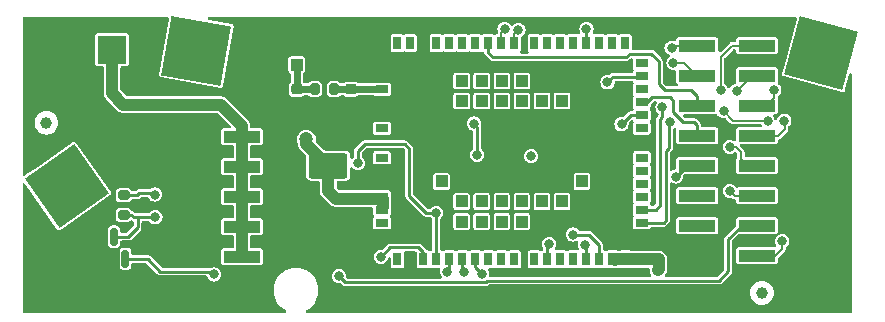
<source format=gbr>
%TF.GenerationSoftware,KiCad,Pcbnew,8.0.4*%
%TF.CreationDate,2024-11-07T22:09:53+00:00*%
%TF.ProjectId,BG95V4,42473935-5634-42e6-9b69-6361645f7063,rev?*%
%TF.SameCoordinates,Original*%
%TF.FileFunction,Copper,L4,Bot*%
%TF.FilePolarity,Positive*%
%FSLAX46Y46*%
G04 Gerber Fmt 4.6, Leading zero omitted, Abs format (unit mm)*
G04 Created by KiCad (PCBNEW 8.0.4) date 2024-11-07 22:09:53*
%MOMM*%
%LPD*%
G01*
G04 APERTURE LIST*
G04 Aperture macros list*
%AMRoundRect*
0 Rectangle with rounded corners*
0 $1 Rounding radius*
0 $2 $3 $4 $5 $6 $7 $8 $9 X,Y pos of 4 corners*
0 Add a 4 corners polygon primitive as box body*
4,1,4,$2,$3,$4,$5,$6,$7,$8,$9,$2,$3,0*
0 Add four circle primitives for the rounded corners*
1,1,$1+$1,$2,$3*
1,1,$1+$1,$4,$5*
1,1,$1+$1,$6,$7*
1,1,$1+$1,$8,$9*
0 Add four rect primitives between the rounded corners*
20,1,$1+$1,$2,$3,$4,$5,0*
20,1,$1+$1,$4,$5,$6,$7,0*
20,1,$1+$1,$6,$7,$8,$9,0*
20,1,$1+$1,$8,$9,$2,$3,0*%
%AMRotRect*
0 Rectangle, with rotation*
0 The origin of the aperture is its center*
0 $1 length*
0 $2 width*
0 $3 Rotation angle, in degrees counterclockwise*
0 Add horizontal line*
21,1,$1,$2,0,0,$3*%
G04 Aperture macros list end*
%TA.AperFunction,ComponentPad*%
%ADD10R,2.400000X2.400000*%
%TD*%
%TA.AperFunction,ComponentPad*%
%ADD11C,2.400000*%
%TD*%
%TA.AperFunction,SMDPad,CuDef*%
%ADD12R,0.700000X1.100000*%
%TD*%
%TA.AperFunction,SMDPad,CuDef*%
%ADD13R,1.100000X0.700000*%
%TD*%
%TA.AperFunction,SMDPad,CuDef*%
%ADD14R,1.000000X1.000000*%
%TD*%
%TA.AperFunction,SMDPad,CuDef*%
%ADD15RoundRect,0.250001X-1.399999X0.837499X-1.399999X-0.837499X1.399999X-0.837499X1.399999X0.837499X0*%
%TD*%
%TA.AperFunction,SMDPad,CuDef*%
%ADD16R,1.050000X2.200000*%
%TD*%
%TA.AperFunction,SMDPad,CuDef*%
%ADD17R,3.150000X1.000000*%
%TD*%
%TA.AperFunction,SMDPad,CuDef*%
%ADD18RotRect,5.100000X5.100000X170.000000*%
%TD*%
%TA.AperFunction,SMDPad,CuDef*%
%ADD19C,1.000000*%
%TD*%
%TA.AperFunction,SMDPad,CuDef*%
%ADD20RoundRect,0.200000X-0.200000X-0.275000X0.200000X-0.275000X0.200000X0.275000X-0.200000X0.275000X0*%
%TD*%
%TA.AperFunction,SMDPad,CuDef*%
%ADD21RoundRect,0.150000X0.150000X-0.587500X0.150000X0.587500X-0.150000X0.587500X-0.150000X-0.587500X0*%
%TD*%
%TA.AperFunction,SMDPad,CuDef*%
%ADD22RoundRect,0.225000X-0.250000X0.225000X-0.250000X-0.225000X0.250000X-0.225000X0.250000X0.225000X0*%
%TD*%
%TA.AperFunction,SMDPad,CuDef*%
%ADD23RotRect,5.100000X5.100000X165.000000*%
%TD*%
%TA.AperFunction,SMDPad,CuDef*%
%ADD24RotRect,5.100000X5.100000X125.000000*%
%TD*%
%TA.AperFunction,SMDPad,CuDef*%
%ADD25RoundRect,0.200000X-0.275000X0.200000X-0.275000X-0.200000X0.275000X-0.200000X0.275000X0.200000X0*%
%TD*%
%TA.AperFunction,ViaPad*%
%ADD26C,0.600000*%
%TD*%
%TA.AperFunction,ViaPad*%
%ADD27C,0.800000*%
%TD*%
%TA.AperFunction,ViaPad*%
%ADD28C,1.200000*%
%TD*%
%TA.AperFunction,Conductor*%
%ADD29C,0.250000*%
%TD*%
%TA.AperFunction,Conductor*%
%ADD30C,1.000000*%
%TD*%
%TA.AperFunction,Conductor*%
%ADD31C,0.200000*%
%TD*%
%TA.AperFunction,Conductor*%
%ADD32C,0.625000*%
%TD*%
G04 APERTURE END LIST*
D10*
%TO.P,BT1,1,+*%
%TO.N,/+3V6d*%
X11750000Y19500000D03*
D11*
%TO.P,BT1,2,-*%
%TO.N,GND*%
X11750000Y-1500000D03*
%TO.P,BT1,3,-*%
X15500000Y-1500000D03*
%TO.P,BT1,4,-*%
X8000000Y-1500000D03*
%TD*%
D12*
%TO.P,U1,1,PSM_IND*%
%TO.N,unconnected-(U1-PSM_IND-Pad1)*%
X35900000Y20050000D03*
%TO.P,U1,2,ADC1*%
%TO.N,unconnected-(U1-ADC1-Pad2)*%
X37000000Y20050000D03*
%TO.P,U1,3,GND*%
%TO.N,GND*%
X38100000Y20050000D03*
%TO.P,U1,4,PCM_CLK*%
%TO.N,unconnected-(U1-PCM_CLK-Pad4)*%
X39200000Y20050000D03*
%TO.P,U1,5,PCM_SYNC*%
%TO.N,unconnected-(U1-PCM_SYNC-Pad5)*%
X40300000Y20050000D03*
%TO.P,U1,6,PCM_IN*%
%TO.N,unconnected-(U1-PCM_IN-Pad6)*%
X41400000Y20050000D03*
%TO.P,U1,7,PCM_OUT*%
%TO.N,unconnected-(U1-PCM_OUT-Pad7)*%
X42500000Y20050000D03*
%TO.P,U1,8,USB_VBUS*%
%TO.N,/Vbus*%
X43600000Y20050000D03*
%TO.P,U1,9,USB_DP*%
%TO.N,/D+*%
X44700000Y20050000D03*
%TO.P,U1,10,USB_DM*%
%TO.N,/D-*%
X45800000Y20050000D03*
%TO.P,U1,11,RESERVED*%
%TO.N,unconnected-(U1-RESERVED-Pad11)_21*%
X47500000Y20050000D03*
%TO.P,U1,12,RESERVED*%
%TO.N,unconnected-(U1-RESERVED-Pad11)_2*%
X48600000Y20050000D03*
%TO.P,U1,13,RESERVED*%
%TO.N,unconnected-(U1-RESERVED-Pad11)_19*%
X49700000Y20050000D03*
%TO.P,U1,14,RESERVED*%
%TO.N,unconnected-(U1-RESERVED-Pad11)_12*%
X50800000Y20050000D03*
%TO.P,U1,15,PWRKEY*%
%TO.N,/PWRKEY*%
X51900000Y20050000D03*
%TO.P,U1,16,RESERVED*%
%TO.N,unconnected-(U1-RESERVED-Pad11)_18*%
X53000000Y20050000D03*
%TO.P,U1,17,~{RESET}*%
%TO.N,unconnected-(U1-~{RESET}-Pad17)*%
X54100000Y20050000D03*
%TO.P,U1,18,W_DISABLE#*%
%TO.N,unconnected-(U1-W_DISABLE#-Pad18)*%
X55200000Y20050000D03*
D13*
%TO.P,U1,19,AP_READY*%
%TO.N,unconnected-(U1-AP_READY-Pad19)*%
X56600000Y18350000D03*
%TO.P,U1,20,STATUS*%
%TO.N,/Status*%
X56600000Y17250000D03*
%TO.P,U1,21,NETLIGHT*%
%TO.N,unconnected-(U1-NETLIGHT-Pad21)*%
X56600000Y16150000D03*
%TO.P,U1,22,DBG_RXD*%
%TO.N,/R*%
X56600000Y15050000D03*
%TO.P,U1,23,DBG_TXD*%
%TO.N,/T*%
X56600000Y13950000D03*
%TO.P,U1,24,ADC0*%
%TO.N,unconnected-(U1-ADC0-Pad24)*%
X56600000Y12850000D03*
%TO.P,U1,25,GPIO25*%
%TO.N,unconnected-(U1-GPIO25-Pad25)*%
X56600000Y10350000D03*
%TO.P,U1,26,GPIO26*%
%TO.N,unconnected-(U1-GPIO26-Pad26)*%
X56600000Y9250000D03*
%TO.P,U1,27,UART3_TXD*%
%TO.N,unconnected-(U1-UART3_TXD-Pad27)*%
X56600000Y8150000D03*
%TO.P,U1,28,UART3_RXD*%
%TO.N,unconnected-(U1-UART3_RXD-Pad28)*%
X56600000Y7050000D03*
%TO.P,U1,29,VDD_EXT*%
%TO.N,/VDD_EXT*%
X56600000Y5950000D03*
%TO.P,U1,30,DTR*%
%TO.N,/DTR*%
X56600000Y4850000D03*
%TO.P,U1,31,GND*%
%TO.N,GND*%
X56600000Y3750000D03*
D12*
%TO.P,U1,32,VBAT_BB*%
%TO.N,/VBAT*%
X55200000Y1750000D03*
%TO.P,U1,33,VBAT_BB*%
X54100000Y1750000D03*
%TO.P,U1,34,RXD*%
%TO.N,/RXD*%
X53000000Y1750000D03*
%TO.P,U1,35,TXD*%
%TO.N,/TXD*%
X51900000Y1750000D03*
%TO.P,U1,36,CTS*%
%TO.N,unconnected-(U1-CTS-Pad36)*%
X50800000Y1750000D03*
%TO.P,U1,37,RTS*%
%TO.N,unconnected-(U1-RTS-Pad37)*%
X49700000Y1750000D03*
%TO.P,U1,38,DCD*%
%TO.N,/DCD*%
X48600000Y1750000D03*
%TO.P,U1,39,RI*%
%TO.N,unconnected-(U1-RI-Pad39)*%
X47500000Y1750000D03*
%TO.P,U1,40,I2C_SCL*%
%TO.N,unconnected-(U1-I2C_SCL-Pad40)*%
X45800000Y1750000D03*
%TO.P,U1,41,I2C_SDA*%
%TO.N,unconnected-(U1-I2C_SDA-Pad41)*%
X44700000Y1750000D03*
%TO.P,U1,42,USIM_PRESENCE*%
%TO.N,unconnected-(U1-USIM_PRESENCE-Pad42)*%
X43600000Y1750000D03*
%TO.P,U1,43,USIM_VDD*%
%TO.N,/uVDD*%
X42500000Y1750000D03*
%TO.P,U1,44,USIM_RST*%
%TO.N,/uRST*%
X41400000Y1750000D03*
%TO.P,U1,45,USIM_DATA*%
%TO.N,/uData*%
X40300000Y1750000D03*
%TO.P,U1,46,USIM_CLK*%
%TO.N,/uCLK*%
X39200000Y1750000D03*
%TO.P,U1,47,USIM_GND*%
%TO.N,/uGND*%
X38100000Y1750000D03*
%TO.P,U1,48,GND*%
%TO.N,GND*%
X37000000Y1750000D03*
%TO.P,U1,49,ANT_GNSS*%
%TO.N,unconnected-(U1-ANT_GNSS-Pad49)*%
X35900000Y1750000D03*
D13*
%TO.P,U1,50,GND*%
%TO.N,GND*%
X34600000Y3750000D03*
%TO.P,U1,51,RESERVED*%
%TO.N,unconnected-(U1-RESERVED-Pad11)_17*%
X34600000Y4850000D03*
%TO.P,U1,52,VBAT_RF*%
%TO.N,/VBAT*%
X34600000Y5950000D03*
%TO.P,U1,53,VBAT_RF*%
X34600000Y7050000D03*
%TO.P,U1,54,GND*%
%TO.N,GND*%
X34600000Y8150000D03*
%TO.P,U1,55,GND*%
X34600000Y9250000D03*
%TO.P,U1,56,RESERVED*%
%TO.N,unconnected-(U1-RESERVED-Pad11)_9*%
X34600000Y10350000D03*
%TO.P,U1,57,RESERVED*%
%TO.N,unconnected-(U1-RESERVED-Pad11)_1*%
X34600000Y12850000D03*
%TO.P,U1,58,GND*%
%TO.N,GND*%
X34600000Y13950000D03*
%TO.P,U1,59,GND*%
X34600000Y15050000D03*
%TO.P,U1,60,ANT_MAIN*%
%TO.N,/RF_OUT*%
X34600000Y16150000D03*
%TO.P,U1,61,GND*%
%TO.N,GND*%
X34600000Y17250000D03*
%TO.P,U1,62,GND*%
X34600000Y18350000D03*
D14*
%TO.P,U1,63,RESERVED*%
%TO.N,unconnected-(U1-RESERVED-Pad11)_5*%
X41350000Y16850000D03*
%TO.P,U1,64,GPIO64*%
%TO.N,unconnected-(U1-GPIO64-Pad64)*%
X43050000Y16850000D03*
%TO.P,U1,65,GPIO65*%
%TO.N,unconnected-(U1-GPIO65-Pad65)*%
X44750000Y16850000D03*
%TO.P,U1,66,GPIO66*%
%TO.N,unconnected-(U1-GPIO66-Pad66)*%
X46450000Y16850000D03*
%TO.P,U1,67,GND*%
%TO.N,GND*%
X48150000Y16850000D03*
%TO.P,U1,68,GND*%
X49850000Y16850000D03*
%TO.P,U1,69,GND*%
X53250000Y13450000D03*
%TO.P,U1,70,GND*%
X53250000Y11750000D03*
%TO.P,U1,71,GND*%
X53250000Y10050000D03*
%TO.P,U1,72,GND*%
X53250000Y8350000D03*
%TO.P,U1,73,GND*%
X49850000Y4950000D03*
%TO.P,U1,74,GND*%
X48150000Y4950000D03*
%TO.P,U1,75,USB_BOOT*%
%TO.N,unconnected-(U1-USB_BOOT-Pad75)*%
X46450000Y4950000D03*
%TO.P,U1,76,RESERVED*%
%TO.N,unconnected-(U1-RESERVED-Pad11)_8*%
X44750000Y4950000D03*
%TO.P,U1,77,RESERVED*%
%TO.N,unconnected-(U1-RESERVED-Pad11)_16*%
X43050000Y4950000D03*
%TO.P,U1,78,RESERVED*%
%TO.N,unconnected-(U1-RESERVED-Pad11)_10*%
X41350000Y4950000D03*
%TO.P,U1,79,GND*%
%TO.N,GND*%
X37950000Y8350000D03*
%TO.P,U1,80,GND*%
X37950000Y10050000D03*
%TO.P,U1,81,GND*%
X37950000Y11750000D03*
%TO.P,U1,82,GND*%
X37950000Y13450000D03*
%TO.P,U1,83,RESERVED*%
%TO.N,unconnected-(U1-RESERVED-Pad11)_13*%
X41350000Y15150000D03*
%TO.P,U1,84,RESERVED*%
%TO.N,unconnected-(U1-RESERVED-Pad11)_4*%
X43050000Y15150000D03*
%TO.P,U1,85,GPIO85*%
%TO.N,unconnected-(U1-GPIO85-Pad85)*%
X44750000Y15150000D03*
%TO.P,U1,86,GPIO86*%
%TO.N,unconnected-(U1-GPIO86-Pad86)*%
X46450000Y15150000D03*
%TO.P,U1,87,GPIO87*%
%TO.N,unconnected-(U1-GPIO87-Pad87)*%
X48150000Y15150000D03*
%TO.P,U1,88,GPIO88*%
%TO.N,unconnected-(U1-GPIO88-Pad88)*%
X49850000Y15150000D03*
%TO.P,U1,89,GND*%
%TO.N,GND*%
X51550000Y13450000D03*
%TO.P,U1,90,GND*%
X51550000Y11750000D03*
%TO.P,U1,91,GND*%
X51550000Y10050000D03*
%TO.P,U1,92,RESERVED*%
%TO.N,unconnected-(U1-RESERVED-Pad11)_14*%
X51550000Y8350000D03*
%TO.P,U1,93,RESERVED*%
%TO.N,unconnected-(U1-RESERVED-Pad11)_15*%
X49850000Y6650000D03*
%TO.P,U1,94,RESERVED*%
%TO.N,unconnected-(U1-RESERVED-Pad11)_6*%
X48150000Y6650000D03*
%TO.P,U1,95,RESERVED*%
%TO.N,unconnected-(U1-RESERVED-Pad11)_7*%
X46450000Y6650000D03*
%TO.P,U1,96,RESERVED*%
%TO.N,unconnected-(U1-RESERVED-Pad11)_11*%
X44750000Y6650000D03*
%TO.P,U1,97,RESERVED*%
%TO.N,unconnected-(U1-RESERVED-Pad11)_20*%
X43050000Y6650000D03*
%TO.P,U1,98,RESERVED*%
%TO.N,unconnected-(U1-RESERVED-Pad11)*%
X41350000Y6650000D03*
%TO.P,U1,99,RESERVED*%
%TO.N,unconnected-(U1-RESERVED-Pad11)_3*%
X39650000Y8350000D03*
%TO.P,U1,100,GND*%
%TO.N,GND*%
X39650000Y10050000D03*
%TO.P,U1,101,GND*%
X39650000Y11750000D03*
%TO.P,U1,102,GND*%
X39650000Y13450000D03*
%TD*%
D15*
%TO.P,C5,1*%
%TO.N,/VBAT*%
X30060000Y9667500D03*
%TO.P,C5,2*%
%TO.N,GND*%
X30060000Y3292500D03*
%TD*%
D14*
%TO.P,J12,1,Pin_1*%
%TO.N,/RF_OUT1*%
X27381200Y18235800D03*
D16*
%TO.P,J12,2,Pin_2*%
%TO.N,GND*%
X28856200Y19735800D03*
D14*
X27381200Y21235800D03*
D16*
X25906200Y19735800D03*
%TD*%
D17*
%TO.P,J3,1,Pin_1*%
%TO.N,/uDTR*%
X66350000Y19840000D03*
%TO.P,J3,2,Pin_2*%
%TO.N,/uDCD*%
X66350000Y17300000D03*
%TO.P,J3,3,Pin_3*%
%TO.N,/uStatus*%
X66350000Y14760000D03*
%TO.P,J3,4,Pin_4*%
%TO.N,/uPWRKEY*%
X66350000Y12220000D03*
%TO.P,J3,5,Pin_5*%
%TO.N,/TxD*%
X66350000Y9680000D03*
%TO.P,J3,6,Pin_6*%
%TO.N,/RxD*%
X66350000Y7140000D03*
%TO.P,J3,7,Pin_7*%
%TO.N,/Alim*%
X66350000Y4600000D03*
%TO.P,J3,8,Pin_8*%
%TO.N,/+3V3_UC*%
X66350000Y2060000D03*
%TO.P,J3,9,Pin_9*%
%TO.N,/D-*%
X61300000Y19840000D03*
%TO.P,J3,10,Pin_10*%
%TO.N,/D+*%
X61300000Y17300000D03*
%TO.P,J3,11,Pin_11*%
%TO.N,/Vbus*%
X61300000Y14760000D03*
%TO.P,J3,12,Pin_12*%
%TO.N,/R*%
X61300000Y12220000D03*
%TO.P,J3,13,Pin_13*%
%TO.N,/T*%
X61300000Y9680000D03*
%TO.P,J3,14,Pin_14*%
%TO.N,unconnected-(J3-Pin_14-Pad14)*%
X61300000Y7140000D03*
%TO.P,J3,15,Pin_15*%
%TO.N,unconnected-(J3-Pin_15-Pad15)*%
X61300000Y4600000D03*
%TO.P,J3,16,Pin_16*%
%TO.N,GND*%
X61300000Y2060000D03*
%TD*%
D18*
%TO.P,J5,1,Pin_1*%
%TO.N,unconnected-(J5-Pin_1-Pad1)*%
X18897600Y19431000D03*
%TD*%
D19*
%TO.P,FID2,*%
%TO.N,*%
X66776600Y-1092200D03*
%TD*%
D20*
%TO.P,R4,1*%
%TO.N,/RF_OUT1*%
X28900000Y16150000D03*
%TO.P,R4,2*%
%TO.N,/RF_OUT*%
X30550000Y16150000D03*
%TD*%
D17*
%TO.P,J2,1,Pin_1*%
%TO.N,GND*%
X17700000Y1970000D03*
%TO.P,J2,2,Pin_2*%
X17700000Y4510000D03*
%TO.P,J2,3,Pin_3*%
X17700000Y7050000D03*
%TO.P,J2,4,Pin_4*%
X17700000Y9590000D03*
%TO.P,J2,5,Pin_5*%
X17700000Y12130000D03*
%TO.P,J2,6,Pin_6*%
%TO.N,/+3V6d*%
X22750000Y1970000D03*
%TO.P,J2,7,Pin_7*%
X22750000Y4510000D03*
%TO.P,J2,8,Pin_8*%
X22750000Y7050000D03*
%TO.P,J2,9,Pin_9*%
X22750000Y9590000D03*
%TO.P,J2,10,Pin_10*%
X22750000Y12130000D03*
%TD*%
D21*
%TO.P,Q1,1,B*%
%TO.N,/Alim*%
X12888000Y1805700D03*
%TO.P,Q1,2,E*%
%TO.N,GND*%
X10988000Y1805700D03*
%TO.P,Q1,3,C*%
%TO.N,Net-(Q1-C)*%
X11938000Y3680700D03*
%TD*%
D22*
%TO.P,C13,1*%
%TO.N,/RF_OUT1*%
X27375000Y16150000D03*
%TO.P,C13,2*%
%TO.N,GND*%
X27375000Y14600000D03*
%TD*%
D23*
%TO.P,J6,1,Pin_1*%
%TO.N,unconnected-(J6-Pin_1-Pad1)*%
X71805800Y19227800D03*
%TD*%
D24*
%TO.P,J4,1,Pin_1*%
%TO.N,unconnected-(J4-Pin_1-Pad1)*%
X7900000Y7950200D03*
%TD*%
D25*
%TO.P,R2,1*%
%TO.N,/+3V6d*%
X12725400Y7175000D03*
%TO.P,R2,2*%
%TO.N,Net-(Q1-C)*%
X12725400Y5525000D03*
%TD*%
D19*
%TO.P,FID3,*%
%TO.N,*%
X6197600Y13309600D03*
%TD*%
D22*
%TO.P,C14,1*%
%TO.N,/RF_OUT*%
X32000000Y16150000D03*
%TO.P,C14,2*%
%TO.N,GND*%
X32000000Y14600000D03*
%TD*%
D26*
%TO.N,GND*%
X30022800Y15189200D03*
X22533000Y45394D03*
X12733000Y9845394D03*
X71533000Y8445394D03*
X58933000Y-1354606D03*
D27*
X39370000Y16510000D03*
D26*
X26339800Y16967200D03*
X11333000Y11245394D03*
X30933000Y18245394D03*
X70133000Y8445394D03*
X70133000Y7045394D03*
D27*
X58432288Y3644211D03*
D26*
X28524200Y17830800D03*
X5733000Y4245394D03*
X60333000Y-1354606D03*
X29533000Y14045394D03*
X32333000Y-1354606D03*
D27*
X36195000Y13335000D03*
D26*
X11333000Y12645394D03*
X70133000Y5645394D03*
X26035000Y17780000D03*
X24917400Y19862800D03*
X72933000Y11245394D03*
X72933000Y-1354606D03*
X72933000Y4245394D03*
X5733000Y11245394D03*
X72933000Y9845394D03*
X5733000Y21045394D03*
X33733000Y21045394D03*
X14133000Y18245394D03*
X5733000Y19645394D03*
D27*
X35560000Y-1270000D03*
D26*
X30124400Y17195800D03*
X29794200Y18237200D03*
X12733000Y8445394D03*
X70133000Y11245394D03*
X71533000Y1445394D03*
D27*
X60147200Y10947400D03*
D26*
X22533000Y18245394D03*
X29533000Y-1354606D03*
X8533000Y16845394D03*
X7133000Y21045394D03*
X26390600Y15240000D03*
X33733000Y19645394D03*
X70133000Y9845394D03*
X44933000Y9845394D03*
X29286200Y17221200D03*
X9933000Y45394D03*
X8533000Y21045394D03*
X70133000Y-1354606D03*
X5733000Y1445394D03*
X7133000Y1445394D03*
X25333000Y16845394D03*
X72933000Y5645394D03*
X71533000Y9845394D03*
X9933000Y15445394D03*
X8533000Y15445394D03*
X49133000Y-1354606D03*
X14133000Y9845394D03*
X57533000Y21045394D03*
X31673800Y17145000D03*
X8533000Y2845394D03*
X28371800Y15189200D03*
X70133000Y45394D03*
X57533000Y-1354606D03*
X9933000Y12645394D03*
X25333000Y15445394D03*
X32333000Y19645394D03*
X72933000Y12645394D03*
D27*
X36195000Y14478000D03*
D26*
X72933000Y7045394D03*
X18333000Y-1354606D03*
X71533000Y-1354606D03*
X43533000Y-1354606D03*
X7133000Y15445394D03*
X30911800Y17170400D03*
X8533000Y14045394D03*
X63133000Y-1354606D03*
X26339800Y21717000D03*
X12733000Y11245394D03*
X8533000Y12645394D03*
X68733000Y-1354606D03*
X23933000Y16845394D03*
X7133000Y18245394D03*
X28346400Y17170400D03*
X22533000Y-1354606D03*
X70133000Y1445394D03*
X24892000Y18923000D03*
X7133000Y16845394D03*
X8533000Y1445394D03*
X71533000Y4245394D03*
X23933000Y-1354606D03*
X29845000Y19253200D03*
X8533000Y18245394D03*
X29210000Y21717000D03*
X30933000Y-1354606D03*
X8533000Y19645394D03*
X24892000Y20751800D03*
X30933000Y19645394D03*
X14133000Y11245394D03*
X11333000Y5645394D03*
X14133000Y16845394D03*
X30933000Y21045394D03*
X71533000Y12645394D03*
D27*
X25400000Y3810000D03*
X36195000Y16637000D03*
X49430000Y13150000D03*
X36195000Y15494000D03*
D26*
X22533000Y19645394D03*
X23933000Y19645394D03*
X23933000Y21045394D03*
X9933000Y4245394D03*
X19733000Y-1354606D03*
X70133000Y15445394D03*
X72933000Y14045394D03*
X44933000Y-1354606D03*
X32333000Y21045394D03*
X72933000Y45394D03*
X21133000Y-1354606D03*
X56133000Y-1354606D03*
X33248600Y15240000D03*
X50533000Y-1354606D03*
X71533000Y2845394D03*
X25425400Y21590000D03*
X5733000Y-1354606D03*
X23933000Y18245394D03*
X29184600Y15138400D03*
X71533000Y11245394D03*
X71533000Y15445394D03*
X5733000Y18245394D03*
X29845000Y21107400D03*
X26111200Y16129000D03*
X47733000Y-1354606D03*
X72933000Y8445394D03*
X5733000Y15445394D03*
X28371800Y21742400D03*
D27*
X54250000Y6740000D03*
D26*
X68733000Y45394D03*
X47733000Y12645394D03*
X51933000Y-1354606D03*
X71533000Y14045394D03*
X22533000Y16845394D03*
X64533000Y-1354606D03*
X29870400Y20193000D03*
X9933000Y14045394D03*
X9933000Y16845394D03*
X54733000Y-1354606D03*
X72933000Y1445394D03*
X23933000Y45394D03*
X71533000Y45394D03*
X7133000Y19645394D03*
X46333000Y-1354606D03*
X70133000Y2845394D03*
X5733000Y16845394D03*
X71533000Y7045394D03*
X25146000Y18059400D03*
X72933000Y2845394D03*
X70133000Y4245394D03*
X61733000Y-1354606D03*
X5733000Y45394D03*
X30988000Y15138400D03*
X11333000Y9845394D03*
X53333000Y-1354606D03*
X23933000Y15445394D03*
X51933000Y16845394D03*
D27*
%TO.N,/uGND*%
X42675000Y10600000D03*
X34510000Y1960000D03*
X42400000Y13250000D03*
%TO.N,/uRST*%
X41540000Y719989D03*
%TO.N,/uCLK*%
X32580000Y9900000D03*
X39200000Y5700000D03*
%TO.N,/uData*%
X40130000Y720000D03*
%TO.N,/uVDD*%
X43070000Y530000D03*
%TO.N,/VBAT*%
X57960000Y830000D03*
X47233980Y10491020D03*
D28*
X28200000Y11900000D03*
D27*
%TO.N,/uStatus*%
X67825000Y16100000D03*
%TO.N,/uPWRKEY*%
X68675000Y13500000D03*
%TO.N,/uDTR*%
X63275000Y16125000D03*
%TO.N,/TxD*%
X64050000Y11275000D03*
%TO.N,/RxD*%
X64050000Y7550000D03*
%TO.N,/uDCD*%
X64625000Y16025000D03*
%TO.N,/RXD*%
X50775000Y3850000D03*
%TO.N,/TXD*%
X51800000Y2950000D03*
%TO.N,/VDD_EXT*%
X58350000Y14625000D03*
%TO.N,/DTR*%
X58975000Y13350000D03*
%TO.N,/DCD*%
X48768000Y3048000D03*
%TO.N,/PWRKEY*%
X51917600Y21234400D03*
%TO.N,/Status*%
X53695600Y16738600D03*
%TO.N,/Alim*%
X20400000Y475000D03*
X30962600Y330200D03*
%TO.N,Net-(Q1-C)*%
X15417800Y5308600D03*
%TO.N,/+3V6d*%
X19126200Y14833600D03*
X15392400Y7239000D03*
%TO.N,/+3V3_UC*%
X68500000Y3275000D03*
X67250000Y13500000D03*
X63525000Y14300000D03*
%TO.N,/T*%
X59512200Y8763000D03*
X54889400Y13182600D03*
%TO.N,/D+*%
X59283600Y18389600D03*
X44983400Y21234400D03*
%TO.N,/D-*%
X46151800Y21183600D03*
X59125498Y19659600D03*
%TD*%
D29*
%TO.N,/uGND*%
X42675000Y12975000D02*
X42400000Y13250000D01*
X35310000Y2760000D02*
X37690000Y2760000D01*
X38100000Y2350000D02*
X38100000Y1750000D01*
X42675000Y10600000D02*
X42675000Y12975000D01*
X34510000Y1960000D02*
X35310000Y2760000D01*
X37690000Y2760000D02*
X38100000Y2350000D01*
%TO.N,/uRST*%
X41400000Y670000D02*
X41449989Y719989D01*
X41400000Y1750000D02*
X41400000Y670000D01*
X41449989Y719989D02*
X41540000Y719989D01*
%TO.N,/uCLK*%
X36910000Y7140000D02*
X38350000Y5700000D01*
X36530000Y11500000D02*
X36910000Y11120000D01*
X32580000Y9900000D02*
X32580000Y10940000D01*
X32580000Y10940000D02*
X33140000Y11500000D01*
X33140000Y11500000D02*
X36530000Y11500000D01*
X36910000Y11120000D02*
X36910000Y7140000D01*
X39200000Y1900000D02*
X39300000Y1800000D01*
X39200000Y5700000D02*
X39200000Y1900000D01*
X38350000Y5700000D02*
X39200000Y5700000D01*
%TO.N,/uData*%
X40300000Y1750000D02*
X40300000Y890000D01*
X40300000Y890000D02*
X40130000Y720000D01*
%TO.N,/uVDD*%
X42500000Y1750000D02*
X42500000Y1100000D01*
X42500000Y1100000D02*
X43070000Y530000D01*
D30*
%TO.N,/VBAT*%
X54350000Y1750000D02*
X54300000Y1700000D01*
X30060000Y7520000D02*
X30060000Y9667500D01*
X30680001Y6899999D02*
X30060000Y7520000D01*
X28200000Y11900000D02*
X28200000Y11527500D01*
X55200000Y1750000D02*
X54350000Y1750000D01*
X34700000Y6200000D02*
X34700000Y6899999D01*
X34700000Y6899999D02*
X30680001Y6899999D01*
X28200000Y11527500D02*
X30060000Y9667500D01*
X55200000Y1750000D02*
X58050000Y1750000D01*
X58050000Y1750000D02*
X58050000Y920000D01*
X58050000Y920000D02*
X57960000Y830000D01*
D31*
%TO.N,/uStatus*%
X67210000Y14760000D02*
X67825000Y15375000D01*
X67825000Y15375000D02*
X67825000Y16100000D01*
X66350000Y14760000D02*
X67210000Y14760000D01*
%TO.N,/uPWRKEY*%
X68700000Y13475000D02*
X68675000Y13500000D01*
X66350000Y12220000D02*
X68170000Y12220000D01*
X68700000Y12750000D02*
X68700000Y13475000D01*
X68170000Y12220000D02*
X68700000Y12750000D01*
%TO.N,/uDTR*%
X64215000Y19840000D02*
X66350000Y19840000D01*
X63275000Y16125000D02*
X63275000Y18900000D01*
X63275000Y18900000D02*
X64215000Y19840000D01*
%TO.N,/TxD*%
X65000000Y10225000D02*
X65000000Y10825000D01*
X64550000Y11275000D02*
X64050000Y11275000D01*
X65000000Y10825000D02*
X64550000Y11275000D01*
X65545000Y9680000D02*
X65000000Y10225000D01*
X66350000Y9680000D02*
X65545000Y9680000D01*
%TO.N,/RxD*%
X64460000Y7140000D02*
X64050000Y7550000D01*
X66350000Y7140000D02*
X64460000Y7140000D01*
%TO.N,/uDCD*%
X65900000Y17300000D02*
X66350000Y17300000D01*
X64625000Y16025000D02*
X65900000Y17300000D01*
D32*
%TO.N,/RF_OUT*%
X32000000Y16150000D02*
X30550000Y16150000D01*
X34600000Y16150000D02*
X32000000Y16150000D01*
D29*
%TO.N,/RXD*%
X53000000Y1750000D02*
X53000000Y2950000D01*
X53000000Y2950000D02*
X52100000Y3850000D01*
X52100000Y3850000D02*
X50775000Y3850000D01*
%TO.N,/TXD*%
X51900000Y2850000D02*
X51800000Y2950000D01*
X51900000Y1750000D02*
X51900000Y2850000D01*
%TO.N,/VDD_EXT*%
X58166000Y6350000D02*
X57766000Y5950000D01*
X57766000Y5950000D02*
X56600000Y5950000D01*
X58350000Y13825000D02*
X58166001Y13641001D01*
X58166001Y13641001D02*
X58166000Y6350000D01*
X58350000Y14625000D02*
X58350000Y13825000D01*
%TO.N,/DTR*%
X58928000Y13303000D02*
X58928000Y11176000D01*
X58674000Y10922000D02*
X58674000Y5080000D01*
X58674000Y5080000D02*
X58444000Y4850000D01*
X58444000Y4850000D02*
X56600000Y4850000D01*
X58928000Y11176000D02*
X58674000Y10922000D01*
X58975000Y13350000D02*
X58928000Y13303000D01*
%TO.N,/DCD*%
X48600000Y2880000D02*
X48768000Y3048000D01*
X48600000Y1750000D02*
X48600000Y2880000D01*
%TO.N,/PWRKEY*%
X51900000Y21216800D02*
X51917600Y21234400D01*
X51900000Y20050000D02*
X51900000Y21216800D01*
%TO.N,/Status*%
X54157000Y17200000D02*
X53695600Y16738600D01*
X56600000Y17200000D02*
X54157000Y17200000D01*
%TO.N,/Alim*%
X20163800Y711200D02*
X20400000Y475000D01*
X43525000Y-50000D02*
X43375000Y-200000D01*
X65050000Y4600000D02*
X63900000Y3450000D01*
X63900000Y3450000D02*
X63900000Y725000D01*
X43375000Y-200000D02*
X34312200Y-200000D01*
X31492800Y-200000D02*
X30962600Y330200D01*
X14755100Y1805700D02*
X15849600Y711200D01*
X63900000Y725000D02*
X63125000Y-50000D01*
X12888000Y1805700D02*
X14755100Y1805700D01*
X63125000Y-50000D02*
X43525000Y-50000D01*
X15849600Y711200D02*
X20163800Y711200D01*
X66350000Y4600000D02*
X65050000Y4600000D01*
X34312200Y-200000D02*
X31492800Y-200000D01*
%TO.N,Net-(Q1-C)*%
X11938000Y3680700D02*
X13129500Y3680700D01*
X13614400Y5308600D02*
X13919200Y5308600D01*
X13919200Y4470400D02*
X13919200Y5308600D01*
X12725400Y5525000D02*
X13398000Y5525000D01*
X13398000Y5525000D02*
X13614400Y5308600D01*
X13129500Y3680700D02*
X13919200Y4470400D01*
X13919200Y5308600D02*
X15417800Y5308600D01*
%TO.N,/+3V6d*%
X15265400Y7366000D02*
X15392400Y7239000D01*
D30*
X22750000Y2005000D02*
X22750000Y12130000D01*
D29*
X13893800Y7188200D02*
X14071600Y7366000D01*
X14071600Y7366000D02*
X15265400Y7366000D01*
D30*
X11750000Y15809000D02*
X11750000Y19500000D01*
D29*
X13880600Y7175000D02*
X14071600Y7366000D01*
X12725400Y7175000D02*
X13880600Y7175000D01*
D30*
X22750000Y12130000D02*
X22750000Y13075000D01*
X20966000Y14859000D02*
X12700000Y14859000D01*
X12700000Y14859000D02*
X11750000Y15809000D01*
X22750000Y13075000D02*
X20966000Y14859000D01*
D31*
%TO.N,/+3V3_UC*%
X64325000Y13500000D02*
X67250000Y13500000D01*
X68500000Y2650000D02*
X68500000Y3275000D01*
X66350000Y2060000D02*
X67910000Y2060000D01*
X63525000Y14300000D02*
X64325000Y13500000D01*
X67910000Y2060000D02*
X68500000Y2650000D01*
D32*
%TO.N,/RF_OUT1*%
X27388200Y18228800D02*
X27388200Y16163200D01*
X28900000Y16150000D02*
X27375000Y16150000D01*
X27388200Y16163200D02*
X27375000Y16150000D01*
D29*
%TO.N,/T*%
X55656800Y13950000D02*
X56600000Y13950000D01*
X54889400Y13182600D02*
X55656800Y13950000D01*
X61300000Y9680000D02*
X60429200Y9680000D01*
X60429200Y9680000D02*
X59512200Y8763000D01*
%TO.N,/R*%
X58953400Y15494000D02*
X59143900Y15303500D01*
X59258200Y14249400D02*
X59258200Y15189200D01*
X59258200Y15189200D02*
X59143900Y15303500D01*
X57505600Y15494000D02*
X58953400Y15494000D01*
X61300000Y13096600D02*
X60985400Y13411200D01*
X61300000Y12220000D02*
X61300000Y13096600D01*
X60096400Y13411200D02*
X59258200Y14249400D01*
X56600000Y15050000D02*
X57061600Y15050000D01*
X57061600Y15050000D02*
X57505600Y15494000D01*
X60985400Y13411200D02*
X60096400Y13411200D01*
D31*
%TO.N,/D+*%
X59283600Y18389600D02*
X60210400Y18389600D01*
X44700000Y20951000D02*
X44983400Y21234400D01*
X60210400Y18389600D02*
X61300000Y17300000D01*
X44700000Y20050000D02*
X44700000Y20951000D01*
%TO.N,/D-*%
X59305898Y19840000D02*
X61300000Y19840000D01*
X59125498Y19659600D02*
X59305898Y19840000D01*
X45800000Y20831800D02*
X46151800Y21183600D01*
X45800000Y20050000D02*
X45800000Y20831800D01*
D29*
%TO.N,/Vbus*%
X58547000Y16078200D02*
X60223400Y16078200D01*
X58039000Y18542000D02*
X58039000Y16586200D01*
X60248800Y16103600D02*
X60756800Y16103600D01*
X57404000Y19177000D02*
X58039000Y18542000D01*
X55600600Y19177000D02*
X57404000Y19177000D01*
X61300000Y15560400D02*
X61300000Y14760000D01*
X43600000Y20050000D02*
X43600000Y19250000D01*
X43600000Y19250000D02*
X44003200Y18846800D01*
X44003200Y18846800D02*
X55270400Y18846800D01*
X55270400Y18846800D02*
X55600600Y19177000D01*
X60223400Y16078200D02*
X60248800Y16103600D01*
X58039000Y16586200D02*
X58547000Y16078200D01*
X60756800Y16103600D02*
X61300000Y15560400D01*
%TD*%
%TA.AperFunction,Conductor*%
%TO.N,GND*%
G36*
X16525760Y22264398D02*
G01*
X16572253Y22210742D01*
X16582357Y22140468D01*
X16581725Y22136522D01*
X15742654Y17377912D01*
X15743955Y17318296D01*
X15776080Y17245288D01*
X15776079Y17245288D01*
X15833697Y17190130D01*
X15833701Y17190128D01*
X15889268Y17168519D01*
X15889276Y17168517D01*
X20950687Y16276054D01*
X20950688Y16276054D01*
X21010303Y16277355D01*
X21083312Y16309480D01*
X21138470Y16367098D01*
X21160082Y16422673D01*
X21571431Y18755550D01*
X26680700Y18755550D01*
X26680700Y17716049D01*
X26692332Y17657571D01*
X26692333Y17657568D01*
X26717606Y17619746D01*
X26736648Y17591248D01*
X26797632Y17550499D01*
X26813287Y17540039D01*
X26811726Y17537704D01*
X26852709Y17504670D01*
X26875120Y17437303D01*
X26875200Y17432823D01*
X26875200Y16779138D01*
X26855198Y16711017D01*
X26838295Y16690043D01*
X26776471Y16628219D01*
X26751647Y16579498D01*
X26715281Y16508126D01*
X26699500Y16408488D01*
X26699500Y15891512D01*
X26715281Y15791874D01*
X26715281Y15791872D01*
X26715282Y15791872D01*
X26776471Y15671780D01*
X26871780Y15576471D01*
X26961096Y15530963D01*
X26991874Y15515281D01*
X27091512Y15499500D01*
X27091515Y15499500D01*
X27658485Y15499500D01*
X27658488Y15499500D01*
X27758126Y15515281D01*
X27820282Y15546951D01*
X27878219Y15576471D01*
X27901843Y15600095D01*
X27964155Y15634121D01*
X27990938Y15637000D01*
X28319417Y15637000D01*
X28387538Y15616998D01*
X28408512Y15600095D01*
X28461655Y15546951D01*
X28461657Y15546949D01*
X28574694Y15489355D01*
X28574696Y15489354D01*
X28668481Y15474500D01*
X28668483Y15474500D01*
X28668484Y15474500D01*
X29131516Y15474500D01*
X29225302Y15489353D01*
X29338342Y15546949D01*
X29428050Y15636657D01*
X29453211Y15686039D01*
X29485646Y15749696D01*
X29500500Y15843481D01*
X29500499Y16456518D01*
X29500499Y16456519D01*
X29949500Y16456519D01*
X29949500Y16456518D01*
X29949500Y16456515D01*
X29949500Y15843483D01*
X29964353Y15749697D01*
X30021949Y15636657D01*
X30111657Y15546949D01*
X30224694Y15489355D01*
X30224696Y15489354D01*
X30318481Y15474500D01*
X30318483Y15474500D01*
X30318484Y15474500D01*
X30781516Y15474500D01*
X30875302Y15489353D01*
X30988342Y15546949D01*
X31041488Y15600095D01*
X31103800Y15634121D01*
X31130583Y15637000D01*
X31384062Y15637000D01*
X31452183Y15616998D01*
X31473157Y15600095D01*
X31496778Y15576473D01*
X31496780Y15576471D01*
X31586096Y15530963D01*
X31616874Y15515281D01*
X31716512Y15499500D01*
X31716515Y15499500D01*
X32283485Y15499500D01*
X32283488Y15499500D01*
X32383126Y15515281D01*
X32445282Y15546951D01*
X32503219Y15576471D01*
X32526843Y15600095D01*
X32589155Y15634121D01*
X32615938Y15637000D01*
X33894835Y15637000D01*
X33962956Y15616998D01*
X33964837Y15615765D01*
X33971767Y15611134D01*
X33971771Y15611132D01*
X34030249Y15599500D01*
X34030252Y15599500D01*
X35169750Y15599500D01*
X35228228Y15611132D01*
X35228231Y15611133D01*
X35262634Y15634121D01*
X35294552Y15655448D01*
X35304108Y15669750D01*
X40649500Y15669750D01*
X40649500Y14630249D01*
X40661132Y14571771D01*
X40661133Y14571768D01*
X40705448Y14505448D01*
X40771768Y14461133D01*
X40771771Y14461132D01*
X40830249Y14449500D01*
X40830252Y14449500D01*
X41869750Y14449500D01*
X41928228Y14461132D01*
X41928231Y14461133D01*
X41969737Y14488867D01*
X41994552Y14505448D01*
X42038867Y14571769D01*
X42050500Y14630252D01*
X42050500Y15669748D01*
X42050500Y15669750D01*
X42349500Y15669750D01*
X42349500Y14630249D01*
X42361132Y14571771D01*
X42361133Y14571768D01*
X42405448Y14505448D01*
X42471768Y14461133D01*
X42471771Y14461132D01*
X42530249Y14449500D01*
X42530252Y14449500D01*
X43569750Y14449500D01*
X43628228Y14461132D01*
X43628231Y14461133D01*
X43669737Y14488867D01*
X43694552Y14505448D01*
X43738867Y14571769D01*
X43750500Y14630252D01*
X43750500Y15669748D01*
X43750500Y15669750D01*
X44049500Y15669750D01*
X44049500Y14630249D01*
X44061132Y14571771D01*
X44061133Y14571768D01*
X44105448Y14505448D01*
X44171768Y14461133D01*
X44171771Y14461132D01*
X44230249Y14449500D01*
X44230252Y14449500D01*
X45269750Y14449500D01*
X45328228Y14461132D01*
X45328231Y14461133D01*
X45369737Y14488867D01*
X45394552Y14505448D01*
X45438867Y14571769D01*
X45450500Y14630252D01*
X45450500Y15669748D01*
X45450500Y15669750D01*
X45749500Y15669750D01*
X45749500Y14630249D01*
X45761132Y14571771D01*
X45761133Y14571768D01*
X45805448Y14505448D01*
X45871768Y14461133D01*
X45871771Y14461132D01*
X45930249Y14449500D01*
X45930252Y14449500D01*
X46969750Y14449500D01*
X47028228Y14461132D01*
X47028231Y14461133D01*
X47069737Y14488867D01*
X47094552Y14505448D01*
X47138867Y14571769D01*
X47150500Y14630252D01*
X47150500Y15669748D01*
X47150500Y15669750D01*
X47449500Y15669750D01*
X47449500Y14630249D01*
X47461132Y14571771D01*
X47461133Y14571768D01*
X47505448Y14505448D01*
X47571768Y14461133D01*
X47571771Y14461132D01*
X47630249Y14449500D01*
X47630252Y14449500D01*
X48669750Y14449500D01*
X48728228Y14461132D01*
X48728231Y14461133D01*
X48769737Y14488867D01*
X48794552Y14505448D01*
X48838867Y14571769D01*
X48850500Y14630252D01*
X48850500Y15669748D01*
X48850500Y15669750D01*
X49149500Y15669750D01*
X49149500Y14630249D01*
X49161132Y14571771D01*
X49161133Y14571768D01*
X49205448Y14505448D01*
X49271768Y14461133D01*
X49271771Y14461132D01*
X49330249Y14449500D01*
X49330252Y14449500D01*
X50369750Y14449500D01*
X50428228Y14461132D01*
X50428231Y14461133D01*
X50469737Y14488867D01*
X50494552Y14505448D01*
X50538867Y14571769D01*
X50550500Y14630252D01*
X50550500Y15669748D01*
X50538867Y15728231D01*
X50494552Y15794552D01*
X50428231Y15838867D01*
X50369748Y15850500D01*
X49330252Y15850500D01*
X49271769Y15838867D01*
X49205448Y15794552D01*
X49161133Y15728231D01*
X49161132Y15728228D01*
X49149500Y15669750D01*
X48850500Y15669750D01*
X48838867Y15728231D01*
X48794552Y15794552D01*
X48728231Y15838867D01*
X48669748Y15850500D01*
X47630252Y15850500D01*
X47571769Y15838867D01*
X47505448Y15794552D01*
X47461133Y15728231D01*
X47461132Y15728228D01*
X47449500Y15669750D01*
X47150500Y15669750D01*
X47138867Y15728231D01*
X47094552Y15794552D01*
X47028231Y15838867D01*
X46969748Y15850500D01*
X45930252Y15850500D01*
X45871769Y15838867D01*
X45805448Y15794552D01*
X45761133Y15728231D01*
X45761132Y15728228D01*
X45749500Y15669750D01*
X45450500Y15669750D01*
X45438867Y15728231D01*
X45394552Y15794552D01*
X45328231Y15838867D01*
X45269748Y15850500D01*
X44230252Y15850500D01*
X44171769Y15838867D01*
X44105448Y15794552D01*
X44061133Y15728231D01*
X44061132Y15728228D01*
X44049500Y15669750D01*
X43750500Y15669750D01*
X43738867Y15728231D01*
X43694552Y15794552D01*
X43628231Y15838867D01*
X43569748Y15850500D01*
X42530252Y15850500D01*
X42471769Y15838867D01*
X42405448Y15794552D01*
X42361133Y15728231D01*
X42361132Y15728228D01*
X42349500Y15669750D01*
X42050500Y15669750D01*
X42038867Y15728231D01*
X41994552Y15794552D01*
X41928231Y15838867D01*
X41869748Y15850500D01*
X40830252Y15850500D01*
X40771769Y15838867D01*
X40705448Y15794552D01*
X40661133Y15728231D01*
X40661132Y15728228D01*
X40649500Y15669750D01*
X35304108Y15669750D01*
X35338867Y15721769D01*
X35350500Y15780252D01*
X35350500Y16519748D01*
X35338867Y16578231D01*
X35294552Y16644552D01*
X35228231Y16688867D01*
X35169748Y16700500D01*
X34030252Y16700500D01*
X33971769Y16688867D01*
X33964837Y16684235D01*
X33897084Y16663020D01*
X33894835Y16663000D01*
X32615938Y16663000D01*
X32547817Y16683002D01*
X32526843Y16699905D01*
X32515615Y16711133D01*
X32503220Y16723528D01*
X32383126Y16784719D01*
X32283488Y16800500D01*
X31716512Y16800500D01*
X31616874Y16784719D01*
X31522549Y16736658D01*
X31496780Y16723528D01*
X31473157Y16699905D01*
X31410845Y16665879D01*
X31384062Y16663000D01*
X31130583Y16663000D01*
X31062462Y16683002D01*
X31041488Y16699905D01*
X30988344Y16753048D01*
X30988342Y16753050D01*
X30962500Y16766217D01*
X30875304Y16810646D01*
X30781519Y16825500D01*
X30318482Y16825499D01*
X30224696Y16810646D01*
X30182214Y16789000D01*
X30111657Y16753050D01*
X30021949Y16663342D01*
X29991090Y16602776D01*
X29964354Y16550304D01*
X29949500Y16456519D01*
X29500499Y16456519D01*
X29485646Y16550304D01*
X29428050Y16663342D01*
X29338342Y16753050D01*
X29225304Y16810646D01*
X29131519Y16825500D01*
X28668482Y16825499D01*
X28574696Y16810646D01*
X28532214Y16789000D01*
X28461657Y16753050D01*
X28408512Y16699905D01*
X28346200Y16665879D01*
X28319417Y16663000D01*
X28027200Y16663000D01*
X27959079Y16683002D01*
X27912586Y16736658D01*
X27901200Y16789000D01*
X27901200Y17369750D01*
X40649500Y17369750D01*
X40649500Y16330249D01*
X40661132Y16271771D01*
X40661133Y16271768D01*
X40705448Y16205448D01*
X40771768Y16161133D01*
X40771771Y16161132D01*
X40830249Y16149500D01*
X40830252Y16149500D01*
X41869750Y16149500D01*
X41928228Y16161132D01*
X41928231Y16161133D01*
X41962607Y16184103D01*
X41994552Y16205448D01*
X42038867Y16271769D01*
X42050500Y16330252D01*
X42050500Y17369748D01*
X42050500Y17369750D01*
X42349500Y17369750D01*
X42349500Y16330249D01*
X42361132Y16271771D01*
X42361133Y16271768D01*
X42405448Y16205448D01*
X42471768Y16161133D01*
X42471771Y16161132D01*
X42530249Y16149500D01*
X42530252Y16149500D01*
X43569750Y16149500D01*
X43628228Y16161132D01*
X43628231Y16161133D01*
X43662607Y16184103D01*
X43694552Y16205448D01*
X43738867Y16271769D01*
X43750500Y16330252D01*
X43750500Y17369748D01*
X43750500Y17369750D01*
X44049500Y17369750D01*
X44049500Y16330249D01*
X44061132Y16271771D01*
X44061133Y16271768D01*
X44105448Y16205448D01*
X44171768Y16161133D01*
X44171771Y16161132D01*
X44230249Y16149500D01*
X44230252Y16149500D01*
X45269750Y16149500D01*
X45328228Y16161132D01*
X45328231Y16161133D01*
X45362607Y16184103D01*
X45394552Y16205448D01*
X45438867Y16271769D01*
X45450500Y16330252D01*
X45450500Y17369748D01*
X45450500Y17369750D01*
X45749500Y17369750D01*
X45749500Y16330249D01*
X45761132Y16271771D01*
X45761133Y16271768D01*
X45805448Y16205448D01*
X45871768Y16161133D01*
X45871771Y16161132D01*
X45930249Y16149500D01*
X45930252Y16149500D01*
X46969750Y16149500D01*
X47028228Y16161132D01*
X47028231Y16161133D01*
X47062607Y16184103D01*
X47094552Y16205448D01*
X47138867Y16271769D01*
X47150500Y16330252D01*
X47150500Y17369748D01*
X47138867Y17428231D01*
X47094552Y17494552D01*
X47028231Y17538867D01*
X46969748Y17550500D01*
X45930252Y17550500D01*
X45871769Y17538867D01*
X45805448Y17494552D01*
X45782670Y17460463D01*
X45761133Y17428231D01*
X45761132Y17428228D01*
X45749500Y17369750D01*
X45450500Y17369750D01*
X45438867Y17428231D01*
X45394552Y17494552D01*
X45328231Y17538867D01*
X45269748Y17550500D01*
X44230252Y17550500D01*
X44171769Y17538867D01*
X44105448Y17494552D01*
X44082670Y17460463D01*
X44061133Y17428231D01*
X44061132Y17428228D01*
X44049500Y17369750D01*
X43750500Y17369750D01*
X43738867Y17428231D01*
X43694552Y17494552D01*
X43628231Y17538867D01*
X43569748Y17550500D01*
X42530252Y17550500D01*
X42471769Y17538867D01*
X42405448Y17494552D01*
X42382670Y17460463D01*
X42361133Y17428231D01*
X42361132Y17428228D01*
X42349500Y17369750D01*
X42050500Y17369750D01*
X42038867Y17428231D01*
X41994552Y17494552D01*
X41928231Y17538867D01*
X41869748Y17550500D01*
X40830252Y17550500D01*
X40771769Y17538867D01*
X40705448Y17494552D01*
X40682670Y17460463D01*
X40661133Y17428231D01*
X40661132Y17428228D01*
X40649500Y17369750D01*
X27901200Y17369750D01*
X27901200Y17440676D01*
X27921202Y17508797D01*
X27957197Y17545441D01*
X27959429Y17546932D01*
X27959431Y17546933D01*
X28025752Y17591248D01*
X28070067Y17657569D01*
X28081700Y17716052D01*
X28081700Y18755548D01*
X28070067Y18814031D01*
X28025752Y18880352D01*
X27959431Y18924667D01*
X27900948Y18936300D01*
X26861452Y18936300D01*
X26802969Y18924667D01*
X26736648Y18880352D01*
X26712727Y18844552D01*
X26692333Y18814031D01*
X26692332Y18814028D01*
X26680700Y18755550D01*
X21571431Y18755550D01*
X21900140Y20619750D01*
X35349500Y20619750D01*
X35349500Y19480249D01*
X35361132Y19421771D01*
X35361133Y19421768D01*
X35405448Y19355448D01*
X35471768Y19311133D01*
X35471771Y19311132D01*
X35530249Y19299500D01*
X35530252Y19299500D01*
X36269750Y19299500D01*
X36328228Y19311132D01*
X36328231Y19311133D01*
X36379998Y19345723D01*
X36447751Y19366938D01*
X36516218Y19348155D01*
X36520002Y19345723D01*
X36571768Y19311133D01*
X36571771Y19311132D01*
X36630249Y19299500D01*
X36630252Y19299500D01*
X37369750Y19299500D01*
X37428228Y19311132D01*
X37428231Y19311133D01*
X37441880Y19320253D01*
X37494552Y19355448D01*
X37538867Y19421769D01*
X37550500Y19480252D01*
X37550500Y20619748D01*
X37550500Y20619750D01*
X38649500Y20619750D01*
X38649500Y19480249D01*
X38661132Y19421771D01*
X38661133Y19421768D01*
X38705448Y19355448D01*
X38771768Y19311133D01*
X38771771Y19311132D01*
X38830249Y19299500D01*
X38830252Y19299500D01*
X39569750Y19299500D01*
X39628228Y19311132D01*
X39628231Y19311133D01*
X39679998Y19345723D01*
X39747751Y19366938D01*
X39816218Y19348155D01*
X39820002Y19345723D01*
X39871768Y19311133D01*
X39871771Y19311132D01*
X39930249Y19299500D01*
X39930252Y19299500D01*
X40669750Y19299500D01*
X40728228Y19311132D01*
X40728231Y19311133D01*
X40779998Y19345723D01*
X40847751Y19366938D01*
X40916218Y19348155D01*
X40920002Y19345723D01*
X40971768Y19311133D01*
X40971771Y19311132D01*
X41030249Y19299500D01*
X41030252Y19299500D01*
X41769750Y19299500D01*
X41828228Y19311132D01*
X41828231Y19311133D01*
X41879998Y19345723D01*
X41947751Y19366938D01*
X42016218Y19348155D01*
X42020002Y19345723D01*
X42071768Y19311133D01*
X42071771Y19311132D01*
X42130249Y19299500D01*
X42130252Y19299500D01*
X42869750Y19299500D01*
X42928228Y19311132D01*
X42928231Y19311133D01*
X42979998Y19345723D01*
X43047751Y19366938D01*
X43116218Y19348155D01*
X43120002Y19345723D01*
X43171768Y19311133D01*
X43171776Y19311130D01*
X43174658Y19310557D01*
X43180351Y19307578D01*
X43183237Y19306383D01*
X43183129Y19306124D01*
X43237565Y19277645D01*
X43272692Y19215947D01*
X43273887Y19209433D01*
X43280531Y19184639D01*
X43296682Y19124361D01*
X43296683Y19124359D01*
X43296684Y19124356D01*
X43339532Y19050141D01*
X43339540Y19050131D01*
X43803331Y18586340D01*
X43803341Y18586332D01*
X43877556Y18543484D01*
X43877559Y18543483D01*
X43877561Y18543482D01*
X43960347Y18521300D01*
X43960349Y18521300D01*
X55313251Y18521300D01*
X55313253Y18521300D01*
X55396039Y18543482D01*
X55396041Y18543483D01*
X55396043Y18543484D01*
X55470258Y18586332D01*
X55470268Y18586340D01*
X55634405Y18750477D01*
X55696717Y18784503D01*
X55767532Y18779438D01*
X55824368Y18736891D01*
X55849179Y18670371D01*
X55849500Y18661382D01*
X55849500Y17980249D01*
X55861132Y17921771D01*
X55861133Y17921768D01*
X55895723Y17870002D01*
X55916938Y17802249D01*
X55898155Y17733782D01*
X55895723Y17729998D01*
X55861133Y17678231D01*
X55861132Y17678228D01*
X55850926Y17626918D01*
X55818018Y17564009D01*
X55756323Y17528877D01*
X55727347Y17525500D01*
X54199853Y17525500D01*
X54114147Y17525500D01*
X54031361Y17503318D01*
X54031356Y17503315D01*
X53969467Y17467583D01*
X53957138Y17460465D01*
X53867979Y17371306D01*
X53805670Y17337283D01*
X53762443Y17335481D01*
X53695600Y17344282D01*
X53538838Y17323644D01*
X53392759Y17263136D01*
X53267318Y17166882D01*
X53171065Y17041442D01*
X53171063Y17041439D01*
X53110555Y16895360D01*
X53089918Y16738600D01*
X53089918Y16738599D01*
X53110555Y16581839D01*
X53171063Y16435760D01*
X53171065Y16435757D01*
X53267318Y16310318D01*
X53392757Y16214065D01*
X53392760Y16214063D01*
X53538839Y16153555D01*
X53695600Y16132918D01*
X53852360Y16153555D01*
X53998439Y16214063D01*
X53998442Y16214065D01*
X54123882Y16310318D01*
X54220136Y16435759D01*
X54280644Y16581838D01*
X54296272Y16700548D01*
X54301282Y16738599D01*
X54301282Y16746859D01*
X54304453Y16746859D01*
X54313085Y16802205D01*
X54360214Y16855303D01*
X54427066Y16874500D01*
X55758551Y16874500D01*
X55826672Y16854498D01*
X55863316Y16818502D01*
X55895723Y16770002D01*
X55916938Y16702250D01*
X55898155Y16633783D01*
X55895723Y16629998D01*
X55861133Y16578231D01*
X55861132Y16578228D01*
X55849500Y16519750D01*
X55849500Y15780249D01*
X55861132Y15721771D01*
X55861133Y15721768D01*
X55895723Y15670002D01*
X55916938Y15602249D01*
X55898155Y15533782D01*
X55895723Y15529998D01*
X55861133Y15478231D01*
X55861132Y15478228D01*
X55849500Y15419750D01*
X55849500Y14680249D01*
X55861132Y14621771D01*
X55861133Y14621768D01*
X55895723Y14570002D01*
X55916938Y14502249D01*
X55898155Y14433782D01*
X55895723Y14429998D01*
X55861133Y14378231D01*
X55861132Y14378227D01*
X55860872Y14376920D01*
X55859518Y14374333D01*
X55856383Y14366763D01*
X55855705Y14367043D01*
X55827965Y14314010D01*
X55766271Y14278877D01*
X55737293Y14275500D01*
X55613947Y14275500D01*
X55531162Y14253318D01*
X55531158Y14253316D01*
X55513734Y14243256D01*
X55505020Y14238225D01*
X55456938Y14210465D01*
X55061779Y13815306D01*
X54999469Y13781283D01*
X54956243Y13779481D01*
X54889400Y13788282D01*
X54732638Y13767644D01*
X54586559Y13707136D01*
X54461118Y13610882D01*
X54376035Y13499999D01*
X54364865Y13485442D01*
X54364863Y13485439D01*
X54304355Y13339360D01*
X54283718Y13182600D01*
X54283718Y13182599D01*
X54304355Y13025839D01*
X54364863Y12879760D01*
X54364865Y12879757D01*
X54461118Y12754318D01*
X54586557Y12658065D01*
X54586560Y12658063D01*
X54732639Y12597555D01*
X54889400Y12576918D01*
X55046160Y12597555D01*
X55192239Y12658063D01*
X55192242Y12658065D01*
X55195625Y12660661D01*
X55317682Y12754318D01*
X55413936Y12879759D01*
X55474444Y13025838D01*
X55495082Y13182600D01*
X55486281Y13249441D01*
X55497219Y13319586D01*
X55522108Y13354981D01*
X55683581Y13516454D01*
X55745893Y13550480D01*
X55816708Y13545415D01*
X55873544Y13502868D01*
X55877439Y13497364D01*
X55895721Y13470005D01*
X55916938Y13402253D01*
X55898157Y13333786D01*
X55895723Y13329998D01*
X55861133Y13278231D01*
X55861132Y13278228D01*
X55849500Y13219750D01*
X55849500Y12480249D01*
X55861132Y12421771D01*
X55861133Y12421768D01*
X55905448Y12355448D01*
X55971768Y12311133D01*
X55971771Y12311132D01*
X56030249Y12299500D01*
X56030252Y12299500D01*
X57169750Y12299500D01*
X57228228Y12311132D01*
X57228231Y12311133D01*
X57246853Y12323576D01*
X57294552Y12355448D01*
X57338867Y12421769D01*
X57350500Y12480252D01*
X57350500Y13219748D01*
X57338867Y13278231D01*
X57304276Y13329998D01*
X57283061Y13397749D01*
X57301843Y13466217D01*
X57304277Y13470003D01*
X57338867Y13521769D01*
X57350500Y13580252D01*
X57350500Y14319748D01*
X57338867Y14378231D01*
X57304276Y14429998D01*
X57283061Y14497749D01*
X57301843Y14566217D01*
X57304264Y14569983D01*
X57338867Y14621769D01*
X57350500Y14680252D01*
X57350500Y14826382D01*
X57370502Y14894503D01*
X57387404Y14915477D01*
X57603521Y15131595D01*
X57665833Y15165620D01*
X57692617Y15168500D01*
X57754625Y15168500D01*
X57822746Y15148498D01*
X57869239Y15094842D01*
X57879343Y15024568D01*
X57854588Y14965797D01*
X57825468Y14927847D01*
X57825463Y14927839D01*
X57764955Y14781760D01*
X57744318Y14625000D01*
X57744318Y14624999D01*
X57764955Y14468239D01*
X57825463Y14322160D01*
X57825465Y14322157D01*
X57921720Y14196715D01*
X57975204Y14155676D01*
X58017071Y14098338D01*
X58024500Y14055714D01*
X58024500Y14012017D01*
X58004498Y13943896D01*
X57987599Y13922926D01*
X57940592Y13875919D01*
X57905537Y13840864D01*
X57905533Y13840859D01*
X57862685Y13766644D01*
X57862683Y13766640D01*
X57862681Y13766634D01*
X57862681Y13766633D01*
X57857843Y13748581D01*
X57857844Y13748581D01*
X57840501Y13683854D01*
X57840500Y13683852D01*
X57840500Y6537017D01*
X57820498Y6468896D01*
X57803595Y6447922D01*
X57668078Y6312405D01*
X57605766Y6278379D01*
X57578983Y6275500D01*
X57462707Y6275500D01*
X57394586Y6295502D01*
X57348093Y6349158D01*
X57339128Y6376920D01*
X57339070Y6377208D01*
X57338867Y6378231D01*
X57304276Y6429998D01*
X57283061Y6497749D01*
X57301843Y6566217D01*
X57304264Y6569983D01*
X57338867Y6621769D01*
X57350500Y6680252D01*
X57350500Y7419748D01*
X57338867Y7478231D01*
X57304276Y7529998D01*
X57283061Y7597749D01*
X57301843Y7666217D01*
X57304264Y7669983D01*
X57338867Y7721769D01*
X57350500Y7780252D01*
X57350500Y8519748D01*
X57338867Y8578231D01*
X57304276Y8629998D01*
X57283061Y8697749D01*
X57301843Y8766217D01*
X57304264Y8769983D01*
X57338867Y8821769D01*
X57350500Y8880252D01*
X57350500Y9619748D01*
X57338867Y9678231D01*
X57304276Y9729998D01*
X57283061Y9797749D01*
X57301843Y9866217D01*
X57304264Y9869983D01*
X57338867Y9921769D01*
X57350500Y9980252D01*
X57350500Y10719748D01*
X57338867Y10778231D01*
X57294552Y10844552D01*
X57228231Y10888867D01*
X57169748Y10900500D01*
X56030252Y10900500D01*
X55971769Y10888867D01*
X55905448Y10844552D01*
X55867108Y10787173D01*
X55861133Y10778231D01*
X55861132Y10778228D01*
X55849500Y10719750D01*
X55849500Y9980249D01*
X55861132Y9921771D01*
X55861133Y9921768D01*
X55895723Y9870002D01*
X55916938Y9802249D01*
X55898155Y9733782D01*
X55895723Y9729998D01*
X55861133Y9678231D01*
X55861132Y9678228D01*
X55849500Y9619750D01*
X55849500Y8880249D01*
X55861132Y8821771D01*
X55861133Y8821768D01*
X55895723Y8770002D01*
X55916938Y8702249D01*
X55898155Y8633782D01*
X55895723Y8629998D01*
X55861133Y8578231D01*
X55861132Y8578228D01*
X55849500Y8519750D01*
X55849500Y7780249D01*
X55861132Y7721771D01*
X55861133Y7721768D01*
X55895723Y7670002D01*
X55916938Y7602249D01*
X55898155Y7533782D01*
X55895723Y7529998D01*
X55861133Y7478231D01*
X55861132Y7478228D01*
X55849500Y7419750D01*
X55849500Y6680249D01*
X55861132Y6621771D01*
X55861133Y6621768D01*
X55895723Y6570002D01*
X55916938Y6502249D01*
X55898155Y6433782D01*
X55895723Y6429998D01*
X55861133Y6378231D01*
X55861132Y6378228D01*
X55849500Y6319750D01*
X55849500Y5580249D01*
X55861132Y5521771D01*
X55861133Y5521768D01*
X55895723Y5470002D01*
X55916938Y5402249D01*
X55898155Y5333782D01*
X55895723Y5329998D01*
X55861133Y5278231D01*
X55861132Y5278228D01*
X55849500Y5219750D01*
X55849500Y4480249D01*
X55861132Y4421771D01*
X55861133Y4421768D01*
X55905448Y4355448D01*
X55971768Y4311133D01*
X55971771Y4311132D01*
X56030249Y4299500D01*
X56030252Y4299500D01*
X57169750Y4299500D01*
X57228228Y4311132D01*
X57228231Y4311133D01*
X57294552Y4355448D01*
X57338867Y4421769D01*
X57339128Y4423080D01*
X57340481Y4425666D01*
X57343617Y4433237D01*
X57344294Y4432956D01*
X57372035Y4485990D01*
X57433729Y4521123D01*
X57462707Y4524500D01*
X58486851Y4524500D01*
X58486853Y4524500D01*
X58569639Y4546682D01*
X58569641Y4546683D01*
X58569643Y4546684D01*
X58643858Y4589532D01*
X58643868Y4589540D01*
X58934459Y4880131D01*
X58934467Y4880141D01*
X58977315Y4954356D01*
X58977318Y4954361D01*
X58999500Y5037147D01*
X58999500Y5119750D01*
X59524500Y5119750D01*
X59524500Y4080249D01*
X59536132Y4021771D01*
X59536133Y4021768D01*
X59580448Y3955448D01*
X59646768Y3911133D01*
X59646771Y3911132D01*
X59705249Y3899500D01*
X59705252Y3899500D01*
X62894750Y3899500D01*
X62953228Y3911132D01*
X62953231Y3911133D01*
X63019552Y3955448D01*
X63063867Y4021769D01*
X63075500Y4080252D01*
X63075500Y5119748D01*
X63063867Y5178231D01*
X63019552Y5244552D01*
X62953231Y5288867D01*
X62894748Y5300500D01*
X59705252Y5300500D01*
X59646769Y5288867D01*
X59580448Y5244552D01*
X59547673Y5195502D01*
X59536133Y5178231D01*
X59536132Y5178228D01*
X59524500Y5119750D01*
X58999500Y5119750D01*
X58999500Y5122853D01*
X58999500Y7659750D01*
X59524500Y7659750D01*
X59524500Y6620249D01*
X59536132Y6561771D01*
X59536133Y6561768D01*
X59580448Y6495448D01*
X59646768Y6451133D01*
X59646771Y6451132D01*
X59705249Y6439500D01*
X59705252Y6439500D01*
X62894750Y6439500D01*
X62953228Y6451132D01*
X62953231Y6451133D01*
X63019552Y6495448D01*
X63063867Y6561769D01*
X63075500Y6620252D01*
X63075500Y7550000D01*
X63444318Y7550000D01*
X63444318Y7549999D01*
X63464955Y7393239D01*
X63525463Y7247160D01*
X63525465Y7247157D01*
X63621718Y7121718D01*
X63747157Y7025465D01*
X63747160Y7025463D01*
X63893239Y6964955D01*
X64050000Y6944318D01*
X64050002Y6944318D01*
X64148084Y6957230D01*
X64218232Y6946290D01*
X64253621Y6921407D01*
X64275490Y6899538D01*
X64344007Y6859980D01*
X64344014Y6859977D01*
X64379484Y6850473D01*
X64420438Y6839500D01*
X64448500Y6839500D01*
X64516621Y6819498D01*
X64563114Y6765842D01*
X64574500Y6713500D01*
X64574500Y6620249D01*
X64586132Y6561771D01*
X64586133Y6561768D01*
X64630448Y6495448D01*
X64696768Y6451133D01*
X64696771Y6451132D01*
X64755249Y6439500D01*
X64755252Y6439500D01*
X67944750Y6439500D01*
X68003228Y6451132D01*
X68003231Y6451133D01*
X68069552Y6495448D01*
X68113867Y6561769D01*
X68125500Y6620252D01*
X68125500Y7659748D01*
X68113867Y7718231D01*
X68069552Y7784552D01*
X68003231Y7828867D01*
X67944748Y7840500D01*
X64755252Y7840500D01*
X64703717Y7830249D01*
X64684598Y7826446D01*
X64683751Y7830699D01*
X64636742Y7825633D01*
X64573246Y7857395D01*
X64559124Y7872925D01*
X64478282Y7978282D01*
X64352841Y8074536D01*
X64206762Y8135044D01*
X64050000Y8155682D01*
X63893238Y8135044D01*
X63747159Y8074536D01*
X63621718Y7978282D01*
X63525465Y7852842D01*
X63525463Y7852839D01*
X63464955Y7706760D01*
X63444318Y7550000D01*
X63075500Y7550000D01*
X63075500Y7659748D01*
X63063867Y7718231D01*
X63019552Y7784552D01*
X62953231Y7828867D01*
X62894748Y7840500D01*
X59705252Y7840500D01*
X59646769Y7828867D01*
X59580448Y7784552D01*
X59564473Y7760644D01*
X59536133Y7718231D01*
X59536132Y7718228D01*
X59524500Y7659750D01*
X58999500Y7659750D01*
X58999500Y8143991D01*
X59019502Y8212112D01*
X59073158Y8258605D01*
X59143432Y8268709D01*
X59202200Y8243956D01*
X59209349Y8238470D01*
X59209360Y8238463D01*
X59355439Y8177955D01*
X59512200Y8157318D01*
X59668960Y8177955D01*
X59815039Y8238463D01*
X59815042Y8238465D01*
X59854457Y8268709D01*
X59940482Y8334718D01*
X60036736Y8460159D01*
X60097244Y8606238D01*
X60117882Y8763000D01*
X60109081Y8829841D01*
X60120019Y8899986D01*
X60144914Y8935388D01*
X60152129Y8942602D01*
X60214443Y8976622D01*
X60241218Y8979500D01*
X62894750Y8979500D01*
X62953228Y8991132D01*
X62953231Y8991133D01*
X62958348Y8994552D01*
X63019552Y9035448D01*
X63063867Y9101769D01*
X63075500Y9160252D01*
X63075500Y10199748D01*
X63063867Y10258231D01*
X63019552Y10324552D01*
X62953231Y10368867D01*
X62894748Y10380500D01*
X59705252Y10380500D01*
X59646769Y10368867D01*
X59580448Y10324552D01*
X59562143Y10297157D01*
X59536133Y10258231D01*
X59536132Y10258228D01*
X59524500Y10199750D01*
X59524500Y9480800D01*
X59504498Y9412679D01*
X59450842Y9366186D01*
X59414948Y9355878D01*
X59355438Y9348044D01*
X59209359Y9287536D01*
X59202203Y9282045D01*
X59135985Y9256445D01*
X59066436Y9270709D01*
X59015640Y9320310D01*
X58999500Y9382008D01*
X58999500Y10734982D01*
X59019502Y10803103D01*
X59036405Y10824077D01*
X59188459Y10976131D01*
X59188467Y10976141D01*
X59231315Y11050356D01*
X59231318Y11050361D01*
X59253500Y11133147D01*
X59253500Y11218853D01*
X59253500Y12744650D01*
X59273502Y12812771D01*
X59302797Y12844613D01*
X59323456Y12860465D01*
X59389676Y12886065D01*
X59459225Y12871800D01*
X59510021Y12822198D01*
X59525936Y12753009D01*
X59525024Y12745920D01*
X59525107Y12745912D01*
X59524500Y12739746D01*
X59524500Y11700249D01*
X59536132Y11641771D01*
X59536133Y11641768D01*
X59580448Y11575448D01*
X59646768Y11531133D01*
X59646771Y11531132D01*
X59705249Y11519500D01*
X59705252Y11519500D01*
X62894750Y11519500D01*
X62953228Y11531132D01*
X62953231Y11531133D01*
X62982182Y11550478D01*
X63019552Y11575448D01*
X63063867Y11641769D01*
X63075500Y11700252D01*
X63075500Y12739748D01*
X63063867Y12798231D01*
X63019552Y12864552D01*
X62953231Y12908867D01*
X62894748Y12920500D01*
X62894747Y12920500D01*
X61751501Y12920500D01*
X61683380Y12940502D01*
X61636887Y12994158D01*
X61625501Y13046500D01*
X61625501Y13139453D01*
X61625500Y13139456D01*
X61603320Y13222232D01*
X61603319Y13222234D01*
X61603318Y13222238D01*
X61595681Y13235465D01*
X61560465Y13296462D01*
X61499862Y13357065D01*
X61492685Y13364242D01*
X61492680Y13364245D01*
X61185262Y13671665D01*
X61111039Y13714518D01*
X61028253Y13736700D01*
X61028251Y13736700D01*
X60283416Y13736700D01*
X60215295Y13756702D01*
X60194321Y13773605D01*
X60123521Y13844405D01*
X60089495Y13906717D01*
X60094560Y13977532D01*
X60137107Y14034368D01*
X60203627Y14059179D01*
X60212616Y14059500D01*
X62891725Y14059500D01*
X62959846Y14039498D01*
X62994589Y14003060D01*
X62995437Y14003711D01*
X63000463Y13997160D01*
X63000464Y13997159D01*
X63093494Y13875919D01*
X63096718Y13871718D01*
X63222157Y13775465D01*
X63222160Y13775463D01*
X63368239Y13714955D01*
X63525000Y13694318D01*
X63525002Y13694318D01*
X63623083Y13707230D01*
X63693231Y13696290D01*
X63728623Y13671404D01*
X64084540Y13315489D01*
X64084540Y13315488D01*
X64140482Y13259545D01*
X64140490Y13259539D01*
X64209014Y13219977D01*
X64285434Y13199500D01*
X64285438Y13199500D01*
X64364562Y13199500D01*
X66661531Y13199500D01*
X66729652Y13179498D01*
X66761493Y13150204D01*
X66782211Y13123204D01*
X66807812Y13056984D01*
X66793548Y12987435D01*
X66743946Y12936639D01*
X66682249Y12920500D01*
X64755252Y12920500D01*
X64696769Y12908867D01*
X64630448Y12864552D01*
X64587559Y12800365D01*
X64586133Y12798231D01*
X64586132Y12798228D01*
X64574500Y12739750D01*
X64574500Y11884953D01*
X64554498Y11816832D01*
X64500842Y11770339D01*
X64430568Y11760235D01*
X64371796Y11784990D01*
X64352841Y11799536D01*
X64206762Y11860044D01*
X64050000Y11880682D01*
X63893238Y11860044D01*
X63747159Y11799536D01*
X63621718Y11703282D01*
X63525465Y11577842D01*
X63525463Y11577839D01*
X63464955Y11431760D01*
X63444318Y11275000D01*
X63444318Y11274999D01*
X63464955Y11118239D01*
X63525463Y10972160D01*
X63525465Y10972157D01*
X63621718Y10846718D01*
X63747157Y10750465D01*
X63747160Y10750463D01*
X63893239Y10689955D01*
X64050000Y10669318D01*
X64206760Y10689955D01*
X64352839Y10750463D01*
X64352842Y10750465D01*
X64433070Y10812026D01*
X64499291Y10837626D01*
X64568839Y10823361D01*
X64598869Y10801158D01*
X64662595Y10737432D01*
X64696621Y10675120D01*
X64699500Y10648337D01*
X64699500Y10438039D01*
X64679498Y10369918D01*
X64643503Y10333275D01*
X64630448Y10324552D01*
X64630447Y10324551D01*
X64586133Y10258231D01*
X64586132Y10258228D01*
X64574500Y10199750D01*
X64574500Y9160249D01*
X64586132Y9101771D01*
X64586133Y9101768D01*
X64630448Y9035448D01*
X64696768Y8991133D01*
X64696771Y8991132D01*
X64755249Y8979500D01*
X64755252Y8979500D01*
X67944750Y8979500D01*
X68003228Y8991132D01*
X68003231Y8991133D01*
X68008348Y8994552D01*
X68069552Y9035448D01*
X68113867Y9101769D01*
X68125500Y9160252D01*
X68125500Y10199748D01*
X68113867Y10258231D01*
X68069552Y10324552D01*
X68003231Y10368867D01*
X67944748Y10380500D01*
X67944747Y10380500D01*
X65426500Y10380500D01*
X65358379Y10400502D01*
X65311886Y10454158D01*
X65300500Y10506500D01*
X65300500Y10864562D01*
X65300499Y10864565D01*
X65293987Y10888866D01*
X65280021Y10940989D01*
X65240460Y11009511D01*
X65184511Y11065460D01*
X64945566Y11304405D01*
X64911541Y11366717D01*
X64916606Y11437533D01*
X64959153Y11494368D01*
X65025674Y11519179D01*
X65034662Y11519500D01*
X67944750Y11519500D01*
X68003228Y11531132D01*
X68003231Y11531133D01*
X68032182Y11550478D01*
X68069552Y11575448D01*
X68113867Y11641769D01*
X68125500Y11700252D01*
X68125500Y11800292D01*
X68145502Y11868413D01*
X68199158Y11914906D01*
X68218887Y11921998D01*
X68285986Y11939978D01*
X68285989Y11939979D01*
X68354511Y11979540D01*
X68410460Y12035489D01*
X68940460Y12565489D01*
X68940463Y12565493D01*
X68946840Y12576539D01*
X68946841Y12576542D01*
X68980021Y12634011D01*
X69000500Y12710438D01*
X69000500Y12930714D01*
X69020502Y12998835D01*
X69049796Y13030676D01*
X69103279Y13071715D01*
X69103281Y13071717D01*
X69103282Y13071718D01*
X69199536Y13197159D01*
X69260044Y13343238D01*
X69276272Y13466504D01*
X69280682Y13499999D01*
X69280682Y13500000D01*
X69270117Y13580252D01*
X69260044Y13656762D01*
X69199536Y13802841D01*
X69103282Y13928282D01*
X68977841Y14024536D01*
X68831762Y14085044D01*
X68675000Y14105682D01*
X68518238Y14085044D01*
X68372159Y14024536D01*
X68246718Y13928282D01*
X68154369Y13807930D01*
X68150465Y13802842D01*
X68150463Y13802839D01*
X68089955Y13656760D01*
X68087422Y13637514D01*
X68058700Y13572587D01*
X67999434Y13533495D01*
X67928443Y13532650D01*
X67868264Y13570320D01*
X67838005Y13634545D01*
X67837578Y13637514D01*
X67835044Y13656760D01*
X67835044Y13656762D01*
X67774536Y13802841D01*
X67733135Y13856796D01*
X67707534Y13923016D01*
X67721798Y13992565D01*
X67771400Y14043361D01*
X67833097Y14059500D01*
X67944750Y14059500D01*
X68003228Y14071132D01*
X68003231Y14071133D01*
X68054936Y14105682D01*
X68069552Y14115448D01*
X68113867Y14181769D01*
X68125500Y14240252D01*
X68125500Y15279748D01*
X68124875Y15282889D01*
X68124953Y15285288D01*
X68124893Y15285904D01*
X68124974Y15285912D01*
X68126319Y15327002D01*
X68124422Y15327252D01*
X68125500Y15335439D01*
X68125500Y15511531D01*
X68145502Y15579652D01*
X68174796Y15611493D01*
X68253279Y15671715D01*
X68253280Y15671716D01*
X68253282Y15671718D01*
X68349536Y15797159D01*
X68410044Y15943238D01*
X68430682Y16100000D01*
X68410044Y16256762D01*
X68349536Y16402841D01*
X68253282Y16528282D01*
X68161098Y16599016D01*
X68119231Y16656354D01*
X68114223Y16723559D01*
X68125500Y16780252D01*
X68125500Y17819748D01*
X68113867Y17878231D01*
X68069552Y17944552D01*
X68003231Y17988867D01*
X67944748Y18000500D01*
X64755252Y18000500D01*
X64696769Y17988867D01*
X64630448Y17944552D01*
X64586133Y17878231D01*
X64586132Y17878228D01*
X64574500Y17819750D01*
X64574500Y16780244D01*
X64578535Y16759962D01*
X64572206Y16689248D01*
X64528651Y16633181D01*
X64476170Y16612353D01*
X64476216Y16612182D01*
X64474746Y16611788D01*
X64471400Y16610460D01*
X64468238Y16610044D01*
X64322159Y16549536D01*
X64196718Y16453282D01*
X64102315Y16330253D01*
X64100465Y16327842D01*
X64100461Y16327835D01*
X64087118Y16295622D01*
X64042570Y16240341D01*
X63975206Y16217921D01*
X63906415Y16235480D01*
X63858037Y16287442D01*
X63854313Y16295596D01*
X63799536Y16427841D01*
X63703282Y16553282D01*
X63670768Y16578231D01*
X63624796Y16613507D01*
X63582929Y16670844D01*
X63575500Y16713469D01*
X63575500Y18723339D01*
X63595502Y18791460D01*
X63612405Y18812434D01*
X64302566Y19502595D01*
X64364878Y19536621D01*
X64391661Y19539500D01*
X64448500Y19539500D01*
X64516621Y19519498D01*
X64563114Y19465842D01*
X64574500Y19413500D01*
X64574500Y19320249D01*
X64586132Y19261771D01*
X64586133Y19261768D01*
X64630448Y19195448D01*
X64696768Y19151133D01*
X64696771Y19151132D01*
X64755249Y19139500D01*
X64755252Y19139500D01*
X67944750Y19139500D01*
X68003228Y19151132D01*
X68003231Y19151133D01*
X68053375Y19184639D01*
X68069552Y19195448D01*
X68113867Y19261769D01*
X68125500Y19320252D01*
X68125500Y20359748D01*
X68113867Y20418231D01*
X68069552Y20484552D01*
X68003231Y20528867D01*
X67944748Y20540500D01*
X64755252Y20540500D01*
X64696769Y20528867D01*
X64630448Y20484552D01*
X64586133Y20418231D01*
X64586132Y20418228D01*
X64574500Y20359750D01*
X64574500Y20266500D01*
X64554498Y20198379D01*
X64500842Y20151886D01*
X64448500Y20140500D01*
X64254562Y20140500D01*
X64175438Y20140500D01*
X64099012Y20120022D01*
X64030489Y20080460D01*
X63290593Y19340564D01*
X63228283Y19306541D01*
X63157468Y19311605D01*
X63100632Y19354152D01*
X63075821Y19420672D01*
X63075500Y19429661D01*
X63075500Y20359746D01*
X63075500Y20359748D01*
X63063867Y20418231D01*
X63019552Y20484552D01*
X62953231Y20528867D01*
X62894748Y20540500D01*
X59705252Y20540500D01*
X59646769Y20528867D01*
X59580448Y20484552D01*
X59536133Y20418231D01*
X59536132Y20418228D01*
X59524500Y20359750D01*
X59524500Y20332876D01*
X59504498Y20264755D01*
X59450842Y20218262D01*
X59380568Y20208158D01*
X59350286Y20216466D01*
X59282260Y20244644D01*
X59125498Y20265282D01*
X58968736Y20244644D01*
X58822657Y20184136D01*
X58697216Y20087882D01*
X58691519Y20080457D01*
X58600963Y19962442D01*
X58600961Y19962439D01*
X58540453Y19816360D01*
X58519816Y19659600D01*
X58519816Y19659599D01*
X58540453Y19502839D01*
X58600961Y19356760D01*
X58600963Y19356757D01*
X58697216Y19231318D01*
X58822655Y19135065D01*
X58822662Y19135061D01*
X58910691Y19098598D01*
X58965972Y19054050D01*
X58988392Y18986686D01*
X58970833Y18917895D01*
X58939176Y18882228D01*
X58855318Y18817882D01*
X58780018Y18719748D01*
X58759065Y18692442D01*
X58759063Y18692439D01*
X58698555Y18546360D01*
X58677918Y18389600D01*
X58677918Y18389599D01*
X58698555Y18232839D01*
X58759063Y18086760D01*
X58759065Y18086757D01*
X58855318Y17961318D01*
X58980757Y17865065D01*
X58980760Y17865063D01*
X59126839Y17804555D01*
X59283600Y17783918D01*
X59283601Y17783918D01*
X59382054Y17796879D01*
X59452203Y17785939D01*
X59505301Y17738811D01*
X59524500Y17671957D01*
X59524500Y16780249D01*
X59536132Y16721771D01*
X59536133Y16721768D01*
X59580448Y16655448D01*
X59611851Y16634465D01*
X59657379Y16579988D01*
X59666226Y16509545D01*
X59635585Y16445501D01*
X59575183Y16408189D01*
X59541849Y16403700D01*
X58734017Y16403700D01*
X58665896Y16423702D01*
X58644922Y16440605D01*
X58401405Y16684122D01*
X58367379Y16746434D01*
X58364500Y16773217D01*
X58364500Y18491412D01*
X58364501Y18491430D01*
X58364501Y18584853D01*
X58364500Y18584856D01*
X58342318Y18667638D01*
X58333920Y18682184D01*
X58299465Y18741862D01*
X58238862Y18802465D01*
X58228496Y18812831D01*
X58228486Y18812838D01*
X57603862Y19437465D01*
X57529639Y19480318D01*
X57446853Y19502500D01*
X57446851Y19502500D01*
X55876500Y19502500D01*
X55808379Y19522502D01*
X55761886Y19576158D01*
X55750500Y19628500D01*
X55750500Y20619746D01*
X55750500Y20619748D01*
X55738867Y20678231D01*
X55694552Y20744552D01*
X55628231Y20788867D01*
X55569748Y20800500D01*
X54830252Y20800500D01*
X54771769Y20788867D01*
X54720001Y20754276D01*
X54652251Y20733061D01*
X54583783Y20751843D01*
X54580016Y20754264D01*
X54528231Y20788867D01*
X54469748Y20800500D01*
X53730252Y20800500D01*
X53671769Y20788867D01*
X53620001Y20754276D01*
X53552251Y20733061D01*
X53483783Y20751843D01*
X53480016Y20754264D01*
X53428231Y20788867D01*
X53369748Y20800500D01*
X52630252Y20800500D01*
X52597283Y20793942D01*
X52526571Y20800270D01*
X52470503Y20843823D01*
X52446883Y20910776D01*
X52456292Y20965734D01*
X52502644Y21077638D01*
X52523282Y21234400D01*
X52502644Y21391162D01*
X52442136Y21537241D01*
X52345882Y21662682D01*
X52220441Y21758936D01*
X52074362Y21819444D01*
X51917600Y21840082D01*
X51760838Y21819444D01*
X51614759Y21758936D01*
X51489318Y21662682D01*
X51394624Y21539274D01*
X51393065Y21537242D01*
X51393063Y21537239D01*
X51332555Y21391160D01*
X51311918Y21234400D01*
X51311918Y21234399D01*
X51332556Y21077637D01*
X51382139Y20957932D01*
X51389728Y20887343D01*
X51357948Y20823856D01*
X51296890Y20787629D01*
X51241034Y20789623D01*
X51240402Y20786446D01*
X51228231Y20788866D01*
X51228231Y20788867D01*
X51169748Y20800500D01*
X50430252Y20800500D01*
X50371769Y20788867D01*
X50320001Y20754276D01*
X50252251Y20733061D01*
X50183783Y20751843D01*
X50180016Y20754264D01*
X50128231Y20788867D01*
X50069748Y20800500D01*
X49330252Y20800500D01*
X49271769Y20788867D01*
X49220001Y20754276D01*
X49152251Y20733061D01*
X49083783Y20751843D01*
X49080016Y20754264D01*
X49028231Y20788867D01*
X48969748Y20800500D01*
X48230252Y20800500D01*
X48171769Y20788867D01*
X48120001Y20754276D01*
X48052251Y20733061D01*
X47983783Y20751843D01*
X47980016Y20754264D01*
X47928231Y20788867D01*
X47869748Y20800500D01*
X47130252Y20800500D01*
X47071769Y20788867D01*
X47005448Y20744552D01*
X46988873Y20719746D01*
X46961133Y20678231D01*
X46961132Y20678228D01*
X46949500Y20619750D01*
X46949500Y19480249D01*
X46961132Y19421771D01*
X46961133Y19421768D01*
X46996859Y19368302D01*
X47018074Y19300549D01*
X46999291Y19232082D01*
X46946474Y19184639D01*
X46892094Y19172300D01*
X46407906Y19172300D01*
X46339785Y19192302D01*
X46293292Y19245958D01*
X46283188Y19316232D01*
X46303141Y19368302D01*
X46310853Y19379844D01*
X46338867Y19421769D01*
X46350500Y19480252D01*
X46350500Y20531737D01*
X46370502Y20599858D01*
X46424158Y20646351D01*
X46428281Y20648145D01*
X46454635Y20659061D01*
X46454638Y20659062D01*
X46454641Y20659064D01*
X46580082Y20755318D01*
X46676336Y20880759D01*
X46736844Y21026838D01*
X46757482Y21183600D01*
X46736844Y21340362D01*
X46676336Y21486441D01*
X46580082Y21611882D01*
X46454641Y21708136D01*
X46308562Y21768644D01*
X46151800Y21789282D01*
X45995038Y21768644D01*
X45848959Y21708136D01*
X45723518Y21611882D01*
X45687051Y21564358D01*
X45629715Y21522492D01*
X45558844Y21518270D01*
X45496941Y21553034D01*
X45487132Y21564352D01*
X45411682Y21662682D01*
X45286241Y21758936D01*
X45140162Y21819444D01*
X44983400Y21840082D01*
X44826638Y21819444D01*
X44680559Y21758936D01*
X44555118Y21662682D01*
X44460424Y21539274D01*
X44458865Y21537242D01*
X44458863Y21537239D01*
X44398355Y21391160D01*
X44377718Y21234400D01*
X44377718Y21234399D01*
X44398355Y21077640D01*
X44400493Y21069665D01*
X44398168Y21069042D01*
X44404435Y21010664D01*
X44402148Y21000447D01*
X44399500Y20990565D01*
X44399500Y20917680D01*
X44379498Y20849559D01*
X44325842Y20803066D01*
X44298082Y20794101D01*
X44271769Y20788867D01*
X44220001Y20754276D01*
X44152251Y20733061D01*
X44083783Y20751843D01*
X44080016Y20754264D01*
X44028231Y20788867D01*
X43969748Y20800500D01*
X43230252Y20800500D01*
X43171769Y20788867D01*
X43120001Y20754276D01*
X43052251Y20733061D01*
X42983783Y20751843D01*
X42980016Y20754264D01*
X42928231Y20788867D01*
X42869748Y20800500D01*
X42130252Y20800500D01*
X42071769Y20788867D01*
X42020001Y20754276D01*
X41952251Y20733061D01*
X41883783Y20751843D01*
X41880016Y20754264D01*
X41828231Y20788867D01*
X41769748Y20800500D01*
X41030252Y20800500D01*
X40971769Y20788867D01*
X40920001Y20754276D01*
X40852251Y20733061D01*
X40783783Y20751843D01*
X40780016Y20754264D01*
X40728231Y20788867D01*
X40669748Y20800500D01*
X39930252Y20800500D01*
X39871769Y20788867D01*
X39820001Y20754276D01*
X39752251Y20733061D01*
X39683783Y20751843D01*
X39680016Y20754264D01*
X39628231Y20788867D01*
X39569748Y20800500D01*
X38830252Y20800500D01*
X38771769Y20788867D01*
X38705448Y20744552D01*
X38688873Y20719746D01*
X38661133Y20678231D01*
X38661132Y20678228D01*
X38649500Y20619750D01*
X37550500Y20619750D01*
X37538867Y20678231D01*
X37494552Y20744552D01*
X37428231Y20788867D01*
X37369748Y20800500D01*
X36630252Y20800500D01*
X36571769Y20788867D01*
X36520001Y20754276D01*
X36452251Y20733061D01*
X36383783Y20751843D01*
X36380016Y20754264D01*
X36328231Y20788867D01*
X36269748Y20800500D01*
X35530252Y20800500D01*
X35471769Y20788867D01*
X35405448Y20744552D01*
X35388873Y20719746D01*
X35361133Y20678231D01*
X35361132Y20678228D01*
X35349500Y20619750D01*
X21900140Y20619750D01*
X22052546Y21484088D01*
X22051245Y21543703D01*
X22019120Y21616712D01*
X21961502Y21671870D01*
X21905927Y21693482D01*
X19972971Y22034314D01*
X19909360Y22065841D01*
X19872890Y22126755D01*
X19875143Y22197716D01*
X19915402Y22256194D01*
X19980886Y22283624D01*
X19994852Y22284400D01*
X69613080Y22284400D01*
X69681201Y22264398D01*
X69727694Y22210742D01*
X69737798Y22140468D01*
X69734787Y22125791D01*
X68626301Y17988866D01*
X68483921Y17457496D01*
X68480020Y17397996D01*
X68480021Y17397994D01*
X68505660Y17322465D01*
X68558252Y17262494D01*
X68558253Y17262493D01*
X68611732Y17236120D01*
X73576103Y15905921D01*
X73635603Y15902020D01*
X73635605Y15902021D01*
X73711134Y15927660D01*
X73711136Y15927661D01*
X73771106Y15980253D01*
X73797479Y16033732D01*
X73828994Y16151347D01*
X74171493Y17429570D01*
X74208445Y17490193D01*
X74272305Y17521214D01*
X74342800Y17512786D01*
X74397547Y17467583D01*
X74419164Y17399957D01*
X74419200Y17396959D01*
X74419200Y-2654000D01*
X74399198Y-2722121D01*
X74345542Y-2768614D01*
X74293200Y-2780000D01*
X28282337Y-2780000D01*
X28214216Y-2759998D01*
X28167723Y-2706342D01*
X28157619Y-2636068D01*
X28187113Y-2571488D01*
X28219337Y-2544881D01*
X28331087Y-2480361D01*
X28388527Y-2447199D01*
X28586176Y-2295538D01*
X28762338Y-2119376D01*
X28913999Y-1921727D01*
X29038564Y-1705973D01*
X29133902Y-1475807D01*
X29198382Y-1235165D01*
X29217204Y-1092196D01*
X65771259Y-1092196D01*
X65771259Y-1092203D01*
X65790574Y-1288324D01*
X65790574Y-1288326D01*
X65847786Y-1476928D01*
X65940690Y-1650738D01*
X66065717Y-1803083D01*
X66218062Y-1928110D01*
X66391873Y-2021014D01*
X66580468Y-2078224D01*
X66580472Y-2078224D01*
X66580474Y-2078225D01*
X66776597Y-2097541D01*
X66776600Y-2097541D01*
X66776603Y-2097541D01*
X66972724Y-2078225D01*
X66972726Y-2078225D01*
X66972727Y-2078224D01*
X66972732Y-2078224D01*
X67161327Y-2021014D01*
X67335138Y-1928110D01*
X67487483Y-1803083D01*
X67612510Y-1650738D01*
X67705414Y-1476927D01*
X67762624Y-1288332D01*
X67762625Y-1288324D01*
X67781941Y-1092203D01*
X67781941Y-1092196D01*
X67762625Y-896075D01*
X67762625Y-896073D01*
X67762624Y-896070D01*
X67762624Y-896068D01*
X67705414Y-707473D01*
X67612510Y-533662D01*
X67487483Y-381317D01*
X67335138Y-256290D01*
X67325976Y-251393D01*
X67161328Y-163386D01*
X66972725Y-106174D01*
X66776603Y-86859D01*
X66776597Y-86859D01*
X66580475Y-106174D01*
X66580473Y-106174D01*
X66391871Y-163386D01*
X66218061Y-256290D01*
X66065717Y-381317D01*
X65940690Y-533661D01*
X65847786Y-707471D01*
X65790574Y-896073D01*
X65790574Y-896075D01*
X65771259Y-1092196D01*
X29217204Y-1092196D01*
X29230900Y-988165D01*
X29230900Y-739035D01*
X29202788Y-525500D01*
X29198383Y-492041D01*
X29198382Y-492039D01*
X29198382Y-492035D01*
X29133902Y-251393D01*
X29038564Y-21227D01*
X29038558Y-21218D01*
X29038557Y-21214D01*
X28951592Y129414D01*
X28913999Y194527D01*
X28762338Y392176D01*
X28586176Y568338D01*
X28388527Y719999D01*
X28172773Y844564D01*
X27942607Y939902D01*
X27701965Y1004382D01*
X27701958Y1004382D01*
X27701958Y1004383D01*
X27650693Y1011132D01*
X27454965Y1036900D01*
X27205835Y1036900D01*
X27026871Y1013339D01*
X26958841Y1004383D01*
X26958839Y1004382D01*
X26958835Y1004382D01*
X26718193Y939902D01*
X26488027Y844564D01*
X26488018Y844558D01*
X26488014Y844557D01*
X26314185Y744197D01*
X26272273Y719999D01*
X26074624Y568338D01*
X26074618Y568332D01*
X26074613Y568328D01*
X25898471Y392186D01*
X25898466Y392180D01*
X25898462Y392176D01*
X25747520Y195464D01*
X25746798Y194523D01*
X25622242Y-21214D01*
X25622237Y-21225D01*
X25526898Y-251393D01*
X25526897Y-251397D01*
X25462416Y-492041D01*
X25429900Y-739032D01*
X25429900Y-988167D01*
X25462416Y-1235158D01*
X25462418Y-1235165D01*
X25526898Y-1475807D01*
X25622236Y-1705973D01*
X25622237Y-1705974D01*
X25622242Y-1705985D01*
X25746798Y-1921723D01*
X25746800Y-1921726D01*
X25746801Y-1921727D01*
X25898462Y-2119376D01*
X25898466Y-2119380D01*
X25898471Y-2119386D01*
X26074613Y-2295528D01*
X26074618Y-2295532D01*
X26074624Y-2295538D01*
X26272273Y-2447199D01*
X26272276Y-2447201D01*
X26441463Y-2544881D01*
X26490456Y-2596263D01*
X26503892Y-2665977D01*
X26477506Y-2731888D01*
X26419674Y-2773070D01*
X26378463Y-2780000D01*
X4300400Y-2780000D01*
X4232279Y-2759998D01*
X4185786Y-2706342D01*
X4174400Y-2654000D01*
X4174400Y2426461D01*
X12387500Y2426461D01*
X12387500Y1184938D01*
X12397427Y1116805D01*
X12448801Y1011717D01*
X12448803Y1011714D01*
X12531514Y929003D01*
X12531517Y929001D01*
X12636605Y877627D01*
X12704738Y867700D01*
X12704740Y867700D01*
X13071261Y867700D01*
X13139394Y877627D01*
X13244482Y929001D01*
X13244485Y929003D01*
X13327196Y1011714D01*
X13327198Y1011717D01*
X13378572Y1116805D01*
X13378573Y1116807D01*
X13388500Y1184940D01*
X13388500Y1354200D01*
X13408502Y1422321D01*
X13462158Y1468814D01*
X13514500Y1480200D01*
X14568083Y1480200D01*
X14636204Y1460198D01*
X14657178Y1443295D01*
X15589133Y511340D01*
X15589135Y511338D01*
X15613511Y486962D01*
X15649734Y450738D01*
X15649737Y450736D01*
X15649738Y450735D01*
X15681934Y432147D01*
X15681936Y432146D01*
X15723959Y407883D01*
X15723967Y407879D01*
X15806743Y385699D01*
X15806747Y385699D01*
X15900171Y385699D01*
X15900187Y385700D01*
X19702822Y385700D01*
X19770943Y365698D01*
X19817436Y312042D01*
X19819231Y307918D01*
X19875463Y172160D01*
X19875465Y172157D01*
X19971718Y46718D01*
X20097159Y-49536D01*
X20243238Y-110044D01*
X20400000Y-130682D01*
X20556762Y-110044D01*
X20702841Y-49536D01*
X20828282Y46718D01*
X20924536Y172159D01*
X20985044Y318238D01*
X21000040Y432147D01*
X21005682Y474999D01*
X21005682Y475000D01*
X20994067Y563227D01*
X20985044Y631762D01*
X20924536Y777841D01*
X20828282Y903282D01*
X20702841Y999536D01*
X20556762Y1060044D01*
X20400000Y1080682D01*
X20243238Y1060044D01*
X20214536Y1048155D01*
X20210036Y1046291D01*
X20161818Y1036700D01*
X16036616Y1036700D01*
X15968495Y1056702D01*
X15947525Y1073600D01*
X14954962Y2066165D01*
X14880739Y2109018D01*
X14797953Y2131200D01*
X14797951Y2131200D01*
X13514500Y2131200D01*
X13446379Y2151202D01*
X13399886Y2204858D01*
X13388500Y2257200D01*
X13388500Y2426455D01*
X13388500Y2426460D01*
X13378573Y2494593D01*
X13327198Y2599683D01*
X13244483Y2682398D01*
X13139393Y2733773D01*
X13071260Y2743700D01*
X12704740Y2743700D01*
X12636607Y2733773D01*
X12636605Y2733772D01*
X12531517Y2682398D01*
X12531514Y2682396D01*
X12448803Y2599685D01*
X12448801Y2599682D01*
X12397427Y2494594D01*
X12387500Y2426461D01*
X4174400Y2426461D01*
X4174400Y8075935D01*
X4194402Y8144056D01*
X4248058Y8190549D01*
X4318332Y8200653D01*
X4382912Y8171159D01*
X4403613Y8148206D01*
X7120870Y4267561D01*
X7163940Y4226331D01*
X7163946Y4226327D01*
X7238279Y4197421D01*
X7238286Y4197420D01*
X7318029Y4199160D01*
X7372608Y4223175D01*
X7372610Y4223176D01*
X7372615Y4223179D01*
X7484413Y4301461D01*
X11437500Y4301461D01*
X11437500Y3059938D01*
X11447427Y2991805D01*
X11498801Y2886717D01*
X11498803Y2886714D01*
X11581514Y2804003D01*
X11581517Y2804001D01*
X11686605Y2752627D01*
X11754738Y2742700D01*
X11754740Y2742700D01*
X12121261Y2742700D01*
X12189394Y2752627D01*
X12294482Y2804001D01*
X12294485Y2804003D01*
X12377196Y2886714D01*
X12377198Y2886717D01*
X12428572Y2991805D01*
X12428573Y2991807D01*
X12438500Y3059940D01*
X12438500Y3229200D01*
X12458502Y3297321D01*
X12512158Y3343814D01*
X12564500Y3355200D01*
X13172351Y3355200D01*
X13172353Y3355200D01*
X13255139Y3377382D01*
X13255141Y3377383D01*
X13255143Y3377384D01*
X13329358Y3420232D01*
X13329368Y3420240D01*
X14179659Y4270531D01*
X14179667Y4270541D01*
X14222517Y4344761D01*
X14222518Y4344762D01*
X14244700Y4427547D01*
X14244700Y4857100D01*
X14264702Y4925221D01*
X14318358Y4971714D01*
X14370700Y4983100D01*
X14848514Y4983100D01*
X14916635Y4963098D01*
X14948476Y4933804D01*
X14989515Y4880320D01*
X15114957Y4784065D01*
X15114960Y4784063D01*
X15261039Y4723555D01*
X15417800Y4702918D01*
X15574560Y4723555D01*
X15720639Y4784063D01*
X15720642Y4784065D01*
X15846082Y4880318D01*
X15942336Y5005759D01*
X16002844Y5151838D01*
X16019483Y5278227D01*
X16023482Y5308599D01*
X16023482Y5308600D01*
X16002844Y5465360D01*
X16002844Y5465362D01*
X15942336Y5611441D01*
X15846082Y5736882D01*
X15720641Y5833136D01*
X15574562Y5893644D01*
X15417800Y5914282D01*
X15261038Y5893644D01*
X15114959Y5833136D01*
X14989518Y5736882D01*
X14989516Y5736880D01*
X14989515Y5736879D01*
X14948476Y5683396D01*
X14891138Y5641529D01*
X14848514Y5634100D01*
X13801417Y5634100D01*
X13733296Y5654102D01*
X13712321Y5671005D01*
X13683326Y5700000D01*
X13597862Y5785465D01*
X13523639Y5828318D01*
X13440853Y5850500D01*
X13440851Y5850500D01*
X13432876Y5852637D01*
X13433722Y5855797D01*
X13382833Y5878286D01*
X13351902Y5917314D01*
X13328450Y5963342D01*
X13238742Y6053050D01*
X13125704Y6110646D01*
X13031919Y6125500D01*
X12418882Y6125499D01*
X12325096Y6110646D01*
X12268577Y6081848D01*
X12212057Y6053050D01*
X12122349Y5963342D01*
X12086837Y5893644D01*
X12064754Y5850304D01*
X12049900Y5756519D01*
X12049900Y5756515D01*
X12049900Y5293483D01*
X12064753Y5199697D01*
X12122349Y5086657D01*
X12212057Y4996949D01*
X12325094Y4939355D01*
X12325096Y4939354D01*
X12418881Y4924500D01*
X12418883Y4924500D01*
X12418884Y4924500D01*
X13031916Y4924500D01*
X13125702Y4939353D01*
X13238742Y4996949D01*
X13267172Y5025379D01*
X13329484Y5059405D01*
X13400299Y5054340D01*
X13419264Y5045405D01*
X13451647Y5026710D01*
X13451651Y5026707D01*
X13488757Y5005283D01*
X13488760Y5005281D01*
X13500316Y5002185D01*
X13560937Y4965232D01*
X13591956Y4901370D01*
X13593700Y4880480D01*
X13593700Y4657417D01*
X13573698Y4589296D01*
X13556795Y4568322D01*
X13031578Y4043105D01*
X12969266Y4009079D01*
X12942483Y4006200D01*
X12564500Y4006200D01*
X12496379Y4026202D01*
X12449886Y4079858D01*
X12438500Y4132200D01*
X12438500Y4301455D01*
X12438500Y4301460D01*
X12428573Y4369593D01*
X12377198Y4474683D01*
X12294483Y4557398D01*
X12189393Y4608773D01*
X12121260Y4618700D01*
X11754740Y4618700D01*
X11686607Y4608773D01*
X11647265Y4589540D01*
X11581517Y4557398D01*
X11581514Y4557396D01*
X11498803Y4474685D01*
X11498801Y4474682D01*
X11447427Y4369594D01*
X11437500Y4301461D01*
X7484413Y4301461D01*
X11582638Y7171070D01*
X11623868Y7214140D01*
X11623872Y7214146D01*
X11652778Y7288479D01*
X11652779Y7288486D01*
X11652186Y7315672D01*
X11651040Y7368229D01*
X11634192Y7406519D01*
X12049900Y7406519D01*
X12049900Y7406515D01*
X12049900Y6943483D01*
X12064753Y6849697D01*
X12122349Y6736657D01*
X12212057Y6646949D01*
X12325094Y6589355D01*
X12325096Y6589354D01*
X12418881Y6574500D01*
X12418883Y6574500D01*
X12418884Y6574500D01*
X13031916Y6574500D01*
X13125702Y6589353D01*
X13238742Y6646949D01*
X13328449Y6736656D01*
X13350892Y6780703D01*
X13399641Y6832318D01*
X13463159Y6849500D01*
X13923451Y6849500D01*
X13923453Y6849500D01*
X14006239Y6871682D01*
X14006241Y6871683D01*
X14006243Y6871684D01*
X14080458Y6914532D01*
X14080463Y6914536D01*
X14123157Y6957230D01*
X14169523Y7003596D01*
X14231833Y7037620D01*
X14258617Y7040500D01*
X14740454Y7040500D01*
X14808575Y7020498D01*
X14855068Y6966842D01*
X14856862Y6962719D01*
X14867861Y6936165D01*
X14867865Y6936157D01*
X14964118Y6810718D01*
X15089557Y6714465D01*
X15089560Y6714463D01*
X15235639Y6653955D01*
X15392400Y6633318D01*
X15549160Y6653955D01*
X15695239Y6714463D01*
X15695242Y6714465D01*
X15724162Y6736656D01*
X15820682Y6810718D01*
X15916936Y6936159D01*
X15977444Y7082238D01*
X15998082Y7239000D01*
X15977444Y7395762D01*
X15916936Y7541841D01*
X15820682Y7667282D01*
X15695241Y7763536D01*
X15549162Y7824044D01*
X15392400Y7844682D01*
X15235638Y7824044D01*
X15089559Y7763536D01*
X15089554Y7763532D01*
X15089552Y7763531D01*
X15029613Y7717538D01*
X14963393Y7691937D01*
X14952909Y7691500D01*
X14114453Y7691500D01*
X14028747Y7691500D01*
X13945961Y7669318D01*
X13945956Y7669315D01*
X13874792Y7628228D01*
X13871738Y7626465D01*
X13782676Y7537403D01*
X13720367Y7503380D01*
X13693583Y7500500D01*
X13463159Y7500500D01*
X13395038Y7520502D01*
X13350892Y7569297D01*
X13340921Y7588866D01*
X13328450Y7613342D01*
X13238742Y7703050D01*
X13125704Y7760646D01*
X13031919Y7775500D01*
X12418882Y7775499D01*
X12325096Y7760646D01*
X12282353Y7738867D01*
X12212057Y7703050D01*
X12122349Y7613342D01*
X12087299Y7544551D01*
X12064754Y7500304D01*
X12049900Y7406519D01*
X11634192Y7406519D01*
X11627025Y7422808D01*
X8679131Y11632836D01*
X8636057Y11674070D01*
X8636054Y11674070D01*
X8636053Y11674072D01*
X8561720Y11702978D01*
X8561717Y11702978D01*
X8561716Y11702979D01*
X8561713Y11702978D01*
X8561713Y11702979D01*
X8556714Y11702869D01*
X8481971Y11701240D01*
X8427392Y11677225D01*
X8427387Y11677221D01*
X8427384Y11677220D01*
X5456748Y9597157D01*
X4417898Y8869746D01*
X4372671Y8838078D01*
X4305397Y8815390D01*
X4236536Y8832675D01*
X4187952Y8884445D01*
X4174400Y8941291D01*
X4174400Y13309603D01*
X5192259Y13309603D01*
X5192259Y13309596D01*
X5211574Y13113475D01*
X5211574Y13113473D01*
X5268786Y12924871D01*
X5361690Y12751061D01*
X5486717Y12598717D01*
X5639061Y12473690D01*
X5812871Y12380786D01*
X6001474Y12323574D01*
X6197597Y12304259D01*
X6197600Y12304259D01*
X6197603Y12304259D01*
X6393724Y12323574D01*
X6393726Y12323574D01*
X6582328Y12380786D01*
X6756138Y12473690D01*
X6824527Y12529816D01*
X6908483Y12598717D01*
X7033510Y12751062D01*
X7126414Y12924873D01*
X7183624Y13113468D01*
X7183624Y13113470D01*
X7183625Y13113473D01*
X7183625Y13113475D01*
X7202941Y13309596D01*
X7202941Y13309603D01*
X7183625Y13505724D01*
X7183625Y13505726D01*
X7183624Y13505727D01*
X7183624Y13505732D01*
X7126414Y13694327D01*
X7033510Y13868138D01*
X6908483Y14020483D01*
X6756138Y14145510D01*
X6582327Y14238414D01*
X6393732Y14295624D01*
X6393726Y14295624D01*
X6393725Y14295625D01*
X6197603Y14314941D01*
X6197597Y14314941D01*
X6001475Y14295625D01*
X6001473Y14295625D01*
X6001470Y14295624D01*
X6001468Y14295624D01*
X5812873Y14238414D01*
X5812871Y14238413D01*
X5790426Y14226416D01*
X5639062Y14145510D01*
X5486717Y14020483D01*
X5400615Y13915568D01*
X5361690Y13868138D01*
X5268786Y13694328D01*
X5211574Y13505726D01*
X5211574Y13505724D01*
X5192259Y13309603D01*
X4174400Y13309603D01*
X4174400Y20719750D01*
X10349500Y20719750D01*
X10349500Y18280249D01*
X10361132Y18221771D01*
X10361133Y18221768D01*
X10405448Y18155448D01*
X10471768Y18111133D01*
X10471771Y18111132D01*
X10530249Y18099500D01*
X10530252Y18099500D01*
X10923500Y18099500D01*
X10991621Y18079498D01*
X11038114Y18025842D01*
X11049500Y17973500D01*
X11049500Y15740002D01*
X11076420Y15604671D01*
X11076421Y15604668D01*
X11129225Y15477189D01*
X11205885Y15362458D01*
X11205890Y15362452D01*
X12253452Y14314890D01*
X12253458Y14314885D01*
X12368189Y14238225D01*
X12495668Y14185421D01*
X12495671Y14185420D01*
X12631002Y14158500D01*
X12631006Y14158500D01*
X12631007Y14158500D01*
X20623653Y14158500D01*
X20691774Y14138498D01*
X20712748Y14121595D01*
X21788748Y13045595D01*
X21822774Y12983283D01*
X21817709Y12912468D01*
X21775162Y12855632D01*
X21708642Y12830821D01*
X21699653Y12830500D01*
X21155252Y12830500D01*
X21096769Y12818867D01*
X21030448Y12774552D01*
X21007191Y12739746D01*
X20986133Y12708231D01*
X20986132Y12708228D01*
X20974500Y12649750D01*
X20974500Y11610249D01*
X20986132Y11551771D01*
X20986133Y11551768D01*
X21030448Y11485448D01*
X21096768Y11441133D01*
X21096771Y11441132D01*
X21155249Y11429500D01*
X21155252Y11429500D01*
X21923500Y11429500D01*
X21991621Y11409498D01*
X22038114Y11355842D01*
X22049500Y11303500D01*
X22049500Y10416500D01*
X22029498Y10348379D01*
X21975842Y10301886D01*
X21923500Y10290500D01*
X21155252Y10290500D01*
X21096769Y10278867D01*
X21030448Y10234552D01*
X21007191Y10199746D01*
X20986133Y10168231D01*
X20986132Y10168228D01*
X20974500Y10109750D01*
X20974500Y9070249D01*
X20986132Y9011771D01*
X20986133Y9011768D01*
X21030448Y8945448D01*
X21096768Y8901133D01*
X21096771Y8901132D01*
X21155249Y8889500D01*
X21155252Y8889500D01*
X21923500Y8889500D01*
X21991621Y8869498D01*
X22038114Y8815842D01*
X22049500Y8763500D01*
X22049500Y7876500D01*
X22029498Y7808379D01*
X21975842Y7761886D01*
X21923500Y7750500D01*
X21155252Y7750500D01*
X21096769Y7738867D01*
X21030448Y7694552D01*
X21007191Y7659746D01*
X20986133Y7628231D01*
X20986132Y7628228D01*
X20974500Y7569750D01*
X20974500Y6530249D01*
X20986132Y6471771D01*
X20986133Y6471768D01*
X21030448Y6405448D01*
X21096768Y6361133D01*
X21096771Y6361132D01*
X21155249Y6349500D01*
X21155252Y6349500D01*
X21923500Y6349500D01*
X21991621Y6329498D01*
X22038114Y6275842D01*
X22049500Y6223500D01*
X22049500Y5336500D01*
X22029498Y5268379D01*
X21975842Y5221886D01*
X21923500Y5210500D01*
X21155252Y5210500D01*
X21096769Y5198867D01*
X21030448Y5154552D01*
X21007191Y5119746D01*
X20986133Y5088231D01*
X20986132Y5088228D01*
X20974500Y5029750D01*
X20974500Y3990249D01*
X20986132Y3931771D01*
X20986133Y3931768D01*
X21030448Y3865448D01*
X21096768Y3821133D01*
X21096771Y3821132D01*
X21155249Y3809500D01*
X21155252Y3809500D01*
X21923500Y3809500D01*
X21991621Y3789498D01*
X22038114Y3735842D01*
X22049500Y3683500D01*
X22049500Y2796500D01*
X22029498Y2728379D01*
X21975842Y2681886D01*
X21923500Y2670500D01*
X21155252Y2670500D01*
X21096769Y2658867D01*
X21030448Y2614552D01*
X20987223Y2549862D01*
X20986133Y2548231D01*
X20986132Y2548228D01*
X20974500Y2489750D01*
X20974500Y1450249D01*
X20986132Y1391771D01*
X20986133Y1391768D01*
X21030448Y1325448D01*
X21096768Y1281133D01*
X21096771Y1281132D01*
X21155249Y1269500D01*
X21155252Y1269500D01*
X24344750Y1269500D01*
X24403228Y1281132D01*
X24403231Y1281133D01*
X24469552Y1325448D01*
X24513867Y1391769D01*
X24525500Y1450252D01*
X24525500Y2489748D01*
X24513867Y2548231D01*
X24469552Y2614552D01*
X24403231Y2658867D01*
X24344748Y2670500D01*
X24344747Y2670500D01*
X23576500Y2670500D01*
X23508379Y2690502D01*
X23461886Y2744158D01*
X23450500Y2796500D01*
X23450500Y3683500D01*
X23470502Y3751621D01*
X23524158Y3798114D01*
X23576500Y3809500D01*
X24344750Y3809500D01*
X24403228Y3821132D01*
X24403231Y3821133D01*
X24445590Y3849437D01*
X24469552Y3865448D01*
X24513867Y3931769D01*
X24525500Y3990252D01*
X24525500Y5029748D01*
X24513867Y5088231D01*
X24469552Y5154552D01*
X24403231Y5198867D01*
X24344748Y5210500D01*
X24344747Y5210500D01*
X23576500Y5210500D01*
X23508379Y5230502D01*
X23461886Y5284158D01*
X23450500Y5336500D01*
X23450500Y6223500D01*
X23470502Y6291621D01*
X23524158Y6338114D01*
X23576500Y6349500D01*
X24344750Y6349500D01*
X24403228Y6361132D01*
X24403231Y6361133D01*
X24469552Y6405448D01*
X24513867Y6471769D01*
X24525500Y6530252D01*
X24525500Y7569748D01*
X24513867Y7628231D01*
X24469552Y7694552D01*
X24403231Y7738867D01*
X24344748Y7750500D01*
X24344747Y7750500D01*
X23576500Y7750500D01*
X23508379Y7770502D01*
X23461886Y7824158D01*
X23450500Y7876500D01*
X23450500Y8763500D01*
X23470502Y8831621D01*
X23524158Y8878114D01*
X23576500Y8889500D01*
X24344750Y8889500D01*
X24403228Y8901132D01*
X24403231Y8901133D01*
X24469552Y8945448D01*
X24513867Y9011769D01*
X24525500Y9070252D01*
X24525500Y10109748D01*
X24513867Y10168231D01*
X24469552Y10234552D01*
X24403231Y10278867D01*
X24344748Y10290500D01*
X24344747Y10290500D01*
X23576500Y10290500D01*
X23508379Y10310502D01*
X23461886Y10364158D01*
X23450500Y10416500D01*
X23450500Y11303500D01*
X23470502Y11371621D01*
X23524158Y11418114D01*
X23576500Y11429500D01*
X24344750Y11429500D01*
X24403228Y11441132D01*
X24403231Y11441133D01*
X24452314Y11473930D01*
X24469552Y11485448D01*
X24513867Y11551769D01*
X24525500Y11610252D01*
X24525500Y11900000D01*
X27394435Y11900000D01*
X27414632Y11720745D01*
X27414632Y11720742D01*
X27414633Y11720742D01*
X27474210Y11550478D01*
X27480190Y11540962D01*
X27499500Y11473930D01*
X27499500Y11458502D01*
X27526420Y11323171D01*
X27526421Y11323168D01*
X27579225Y11195689D01*
X27655887Y11080955D01*
X28172596Y10564246D01*
X28206621Y10501934D01*
X28209500Y10475151D01*
X28209500Y8775743D01*
X28209501Y8775728D01*
X28212354Y8745304D01*
X28212356Y8745295D01*
X28257206Y8617118D01*
X28257208Y8617114D01*
X28337849Y8507849D01*
X28447114Y8427208D01*
X28447118Y8427206D01*
X28575296Y8382355D01*
X28575300Y8382354D01*
X28605734Y8379500D01*
X28605735Y8379500D01*
X29233500Y8379500D01*
X29301621Y8359498D01*
X29348114Y8305842D01*
X29359500Y8253500D01*
X29359500Y7451002D01*
X29386420Y7315671D01*
X29386421Y7315668D01*
X29439225Y7188189D01*
X29515885Y7073458D01*
X29515890Y7073452D01*
X30233453Y6355889D01*
X30233459Y6355884D01*
X30348190Y6279224D01*
X30475669Y6226420D01*
X30475672Y6226419D01*
X30611003Y6199499D01*
X30611007Y6199499D01*
X30611008Y6199499D01*
X33723500Y6199499D01*
X33791621Y6179497D01*
X33838114Y6125841D01*
X33849500Y6073499D01*
X33849500Y5580249D01*
X33861132Y5521771D01*
X33861133Y5521768D01*
X33895723Y5470002D01*
X33916938Y5402249D01*
X33898155Y5333782D01*
X33895723Y5329998D01*
X33861133Y5278231D01*
X33861132Y5278228D01*
X33849500Y5219750D01*
X33849500Y4480249D01*
X33861132Y4421771D01*
X33861133Y4421768D01*
X33905448Y4355448D01*
X33971768Y4311133D01*
X33971771Y4311132D01*
X34030249Y4299500D01*
X34030252Y4299500D01*
X35169750Y4299500D01*
X35228228Y4311132D01*
X35228231Y4311133D01*
X35294552Y4355448D01*
X35338867Y4421769D01*
X35350500Y4480252D01*
X35350500Y5219748D01*
X35338867Y5278231D01*
X35304276Y5329998D01*
X35283061Y5397749D01*
X35301843Y5466217D01*
X35304264Y5469983D01*
X35338867Y5521769D01*
X35350500Y5580252D01*
X35350500Y5914888D01*
X35360091Y5963106D01*
X35373577Y5995665D01*
X35373580Y5995672D01*
X35400500Y6131007D01*
X35400500Y6968992D01*
X35373580Y7104327D01*
X35360090Y7136893D01*
X35350500Y7185110D01*
X35350500Y7419746D01*
X35350500Y7419748D01*
X35338867Y7478231D01*
X35294552Y7544552D01*
X35228231Y7588867D01*
X35169748Y7600500D01*
X34030252Y7600500D01*
X34024039Y7600500D01*
X34024019Y7600499D01*
X31022348Y7600499D01*
X30954227Y7620501D01*
X30933253Y7637404D01*
X30797405Y7773252D01*
X30763379Y7835564D01*
X30760500Y7862347D01*
X30760500Y8253500D01*
X30780502Y8321621D01*
X30834158Y8368114D01*
X30886500Y8379500D01*
X31514256Y8379500D01*
X31514271Y8379501D01*
X31535567Y8381498D01*
X31544698Y8382354D01*
X31544704Y8382356D01*
X31672881Y8427206D01*
X31672885Y8427208D01*
X31782150Y8507849D01*
X31862791Y8617114D01*
X31862793Y8617118D01*
X31907644Y8745296D01*
X31907645Y8745300D01*
X31907646Y8745302D01*
X31910500Y8775735D01*
X31910499Y9414897D01*
X31930501Y9483016D01*
X31984157Y9529509D01*
X32054430Y9539613D01*
X32119011Y9510120D01*
X32136459Y9491602D01*
X32151715Y9471720D01*
X32277157Y9375465D01*
X32277160Y9375463D01*
X32423239Y9314955D01*
X32580000Y9294318D01*
X32736760Y9314955D01*
X32882839Y9375463D01*
X32882842Y9375465D01*
X32891369Y9382008D01*
X33008282Y9471718D01*
X33104536Y9597159D01*
X33165044Y9743238D01*
X33185682Y9900000D01*
X33165044Y10056762D01*
X33104536Y10202841D01*
X33008282Y10328282D01*
X32954796Y10369322D01*
X32912929Y10426659D01*
X32905500Y10469285D01*
X32905500Y10719750D01*
X33849500Y10719750D01*
X33849500Y9980249D01*
X33861132Y9921771D01*
X33861133Y9921768D01*
X33905448Y9855448D01*
X33971768Y9811133D01*
X33971771Y9811132D01*
X34030249Y9799500D01*
X34030252Y9799500D01*
X35169750Y9799500D01*
X35228228Y9811132D01*
X35228231Y9811133D01*
X35294552Y9855448D01*
X35338867Y9921769D01*
X35350500Y9980252D01*
X35350500Y10719748D01*
X35338867Y10778231D01*
X35294552Y10844552D01*
X35228231Y10888867D01*
X35169748Y10900500D01*
X34030252Y10900500D01*
X33971769Y10888867D01*
X33905448Y10844552D01*
X33867108Y10787173D01*
X33861133Y10778231D01*
X33861132Y10778228D01*
X33849500Y10719750D01*
X32905500Y10719750D01*
X32905500Y10752982D01*
X32925502Y10821103D01*
X32942404Y10842077D01*
X33237921Y11137595D01*
X33300234Y11171620D01*
X33327017Y11174500D01*
X36342983Y11174500D01*
X36411104Y11154498D01*
X36432078Y11137595D01*
X36547595Y11022078D01*
X36581621Y10959766D01*
X36584500Y10932983D01*
X36584500Y7182853D01*
X36584500Y7097147D01*
X36606682Y7014361D01*
X36606683Y7014359D01*
X36606684Y7014356D01*
X36649532Y6940141D01*
X36649540Y6940131D01*
X37732596Y5857077D01*
X38089533Y5500140D01*
X38089535Y5500138D01*
X38119670Y5470003D01*
X38150136Y5439536D01*
X38150139Y5439534D01*
X38174735Y5425334D01*
X38199332Y5411133D01*
X38214651Y5402288D01*
X38224365Y5396680D01*
X38307144Y5374499D01*
X38307148Y5374499D01*
X38400571Y5374499D01*
X38400587Y5374500D01*
X38630714Y5374500D01*
X38698835Y5354498D01*
X38730676Y5325204D01*
X38771717Y5271717D01*
X38825204Y5230676D01*
X38867071Y5173338D01*
X38874500Y5130714D01*
X38874500Y2612707D01*
X38854498Y2544586D01*
X38800842Y2498093D01*
X38773080Y2489128D01*
X38772721Y2489056D01*
X38771769Y2488867D01*
X38720001Y2454276D01*
X38652251Y2433061D01*
X38583783Y2451843D01*
X38580016Y2454264D01*
X38528231Y2488867D01*
X38469748Y2500500D01*
X38469747Y2500500D01*
X38460478Y2500500D01*
X38392357Y2520502D01*
X38366537Y2544255D01*
X38366305Y2544023D01*
X38360714Y2549613D01*
X38360514Y2549798D01*
X38360467Y2549857D01*
X38360465Y2549862D01*
X38299862Y2610465D01*
X38289496Y2620831D01*
X38289486Y2620838D01*
X37889862Y3020465D01*
X37815639Y3063318D01*
X37732853Y3085500D01*
X35352853Y3085500D01*
X35267147Y3085500D01*
X35184361Y3063318D01*
X35110138Y3020465D01*
X34682379Y2592706D01*
X34620069Y2558683D01*
X34576843Y2556881D01*
X34510000Y2565682D01*
X34353238Y2545044D01*
X34207159Y2484536D01*
X34081718Y2388282D01*
X34009461Y2294114D01*
X33985465Y2262842D01*
X33985463Y2262839D01*
X33924955Y2116760D01*
X33904318Y1960000D01*
X33904318Y1959999D01*
X33924955Y1803239D01*
X33985463Y1657160D01*
X33985465Y1657157D01*
X34081718Y1531718D01*
X34207157Y1435465D01*
X34207160Y1435463D01*
X34353239Y1374955D01*
X34510000Y1354318D01*
X34666760Y1374955D01*
X34812839Y1435463D01*
X34812842Y1435465D01*
X34938282Y1531718D01*
X35034536Y1657159D01*
X35095044Y1803238D01*
X35098578Y1830082D01*
X35127301Y1895009D01*
X35186566Y1934100D01*
X35257557Y1934945D01*
X35317736Y1897275D01*
X35347995Y1833049D01*
X35349500Y1813635D01*
X35349500Y1180249D01*
X35361132Y1121771D01*
X35361133Y1121768D01*
X35405448Y1055448D01*
X35471768Y1011133D01*
X35471771Y1011132D01*
X35530249Y999500D01*
X35530252Y999500D01*
X36269750Y999500D01*
X36328228Y1011132D01*
X36328231Y1011133D01*
X36353870Y1028265D01*
X36394552Y1055448D01*
X36438867Y1121769D01*
X36450500Y1180252D01*
X36450500Y2308500D01*
X36470502Y2376621D01*
X36524158Y2423114D01*
X36576500Y2434500D01*
X37423500Y2434500D01*
X37491621Y2414498D01*
X37538114Y2360842D01*
X37549500Y2308500D01*
X37549500Y1180249D01*
X37561132Y1121771D01*
X37561133Y1121768D01*
X37605448Y1055448D01*
X37671768Y1011133D01*
X37671771Y1011132D01*
X37730249Y999500D01*
X37730252Y999500D01*
X38469750Y999500D01*
X38528228Y1011132D01*
X38528231Y1011133D01*
X38579998Y1045723D01*
X38647751Y1066938D01*
X38716218Y1048155D01*
X38720002Y1045723D01*
X38771768Y1011133D01*
X38771771Y1011132D01*
X38830249Y999500D01*
X39417439Y999500D01*
X39485560Y979498D01*
X39532053Y925842D01*
X39542361Y857054D01*
X39524318Y720000D01*
X39524318Y719999D01*
X39544955Y563239D01*
X39605463Y417160D01*
X39605465Y417157D01*
X39615753Y403750D01*
X39673722Y328202D01*
X39699322Y261984D01*
X39685057Y192435D01*
X39635456Y141639D01*
X39573759Y125500D01*
X31685008Y125500D01*
X31616887Y145502D01*
X31570394Y199158D01*
X31560086Y267947D01*
X31568282Y330200D01*
X31556834Y417159D01*
X31547644Y486962D01*
X31487136Y633041D01*
X31390882Y758482D01*
X31265441Y854736D01*
X31119362Y915244D01*
X30962600Y935882D01*
X30805838Y915244D01*
X30659759Y854736D01*
X30534318Y758482D01*
X30438065Y633042D01*
X30438063Y633039D01*
X30377555Y486960D01*
X30356918Y330200D01*
X30356918Y330199D01*
X30377555Y173439D01*
X30438063Y27360D01*
X30438065Y27357D01*
X30475335Y-21214D01*
X30534318Y-98082D01*
X30659759Y-194336D01*
X30805838Y-254844D01*
X30962600Y-275482D01*
X31029441Y-266681D01*
X31099586Y-277619D01*
X31134978Y-302505D01*
X31292938Y-460465D01*
X31367161Y-503318D01*
X31449947Y-525500D01*
X31449949Y-525500D01*
X43417851Y-525500D01*
X43417853Y-525500D01*
X43500639Y-503318D01*
X43574862Y-460465D01*
X43622923Y-412403D01*
X43685233Y-378380D01*
X43712017Y-375500D01*
X63167851Y-375500D01*
X63167853Y-375500D01*
X63250639Y-353318D01*
X63324862Y-310465D01*
X64095455Y460129D01*
X64095478Y460150D01*
X64160459Y525131D01*
X64160462Y525135D01*
X64160465Y525138D01*
X64203318Y599362D01*
X64211403Y629535D01*
X64225501Y682148D01*
X64225501Y767853D01*
X64225501Y778003D01*
X64225500Y778016D01*
X64225500Y3262982D01*
X64245502Y3331103D01*
X64262404Y3352077D01*
X64772921Y3862595D01*
X64835234Y3896620D01*
X64862017Y3899500D01*
X67944747Y3899500D01*
X67944748Y3899500D01*
X67950912Y3900107D01*
X67951050Y3898703D01*
X68014663Y3893000D01*
X68070723Y3849437D01*
X68094331Y3782481D01*
X68077993Y3713390D01*
X68068473Y3699053D01*
X67975468Y3577847D01*
X67975463Y3577839D01*
X67914955Y3431760D01*
X67894318Y3275000D01*
X67894318Y3274999D01*
X67914955Y3118239D01*
X67975463Y2972160D01*
X67975468Y2972152D01*
X67982335Y2963204D01*
X68007936Y2896984D01*
X67993671Y2827435D01*
X67944070Y2776639D01*
X67882373Y2760500D01*
X64755252Y2760500D01*
X64696769Y2748867D01*
X64630448Y2704552D01*
X64586133Y2638231D01*
X64586132Y2638228D01*
X64574500Y2579750D01*
X64574500Y1540249D01*
X64586132Y1481771D01*
X64586133Y1481768D01*
X64630448Y1415448D01*
X64696768Y1371133D01*
X64696771Y1371132D01*
X64755249Y1359500D01*
X64755252Y1359500D01*
X67944750Y1359500D01*
X68003228Y1371132D01*
X68003231Y1371133D01*
X68008952Y1374956D01*
X68069552Y1415448D01*
X68113867Y1481769D01*
X68125500Y1540252D01*
X68125500Y1798338D01*
X68145502Y1866459D01*
X68162405Y1887433D01*
X68740456Y2465484D01*
X68740458Y2465487D01*
X68740460Y2465489D01*
X68757263Y2494594D01*
X68760115Y2499533D01*
X68760116Y2499534D01*
X68780018Y2534005D01*
X68780019Y2534007D01*
X68780021Y2534011D01*
X68782978Y2545044D01*
X68800499Y2610434D01*
X68800500Y2610438D01*
X68800500Y2686531D01*
X68820502Y2754652D01*
X68849796Y2786493D01*
X68928279Y2846715D01*
X68928280Y2846716D01*
X68928282Y2846718D01*
X69024536Y2972159D01*
X69085044Y3118238D01*
X69105682Y3275000D01*
X69085044Y3431762D01*
X69024536Y3577841D01*
X68928282Y3703282D01*
X68802841Y3799536D01*
X68656762Y3860044D01*
X68500000Y3880682D01*
X68343238Y3860044D01*
X68260419Y3825739D01*
X68189834Y3818151D01*
X68126347Y3849930D01*
X68090119Y3910988D01*
X68092653Y3981939D01*
X68107437Y4012146D01*
X68113867Y4021769D01*
X68125500Y4080252D01*
X68125500Y5119748D01*
X68113867Y5178231D01*
X68069552Y5244552D01*
X68003231Y5288867D01*
X67944748Y5300500D01*
X64755252Y5300500D01*
X64696769Y5288867D01*
X64630448Y5244552D01*
X64597673Y5195502D01*
X64586133Y5178231D01*
X64586132Y5178228D01*
X64574500Y5119750D01*
X64574500Y4637017D01*
X64554498Y4568896D01*
X64537595Y4547921D01*
X64069926Y4080253D01*
X63639537Y3649864D01*
X63639532Y3649858D01*
X63596682Y3575639D01*
X63596681Y3575635D01*
X63574500Y3492853D01*
X63574500Y912017D01*
X63554498Y843896D01*
X63537595Y822921D01*
X63027077Y312404D01*
X62964765Y278379D01*
X62937982Y275500D01*
X58697572Y275500D01*
X58629451Y295502D01*
X58582958Y349158D01*
X58572854Y419432D01*
X58592807Y471502D01*
X58594111Y473454D01*
X58594114Y473457D01*
X58670775Y588189D01*
X58723580Y715671D01*
X58729253Y744198D01*
X58729256Y744202D01*
X58729255Y744203D01*
X58735127Y773724D01*
X58750500Y851007D01*
X58750500Y1818993D01*
X58723580Y1954328D01*
X58670775Y2081811D01*
X58594114Y2196542D01*
X58496542Y2294114D01*
X58381811Y2370775D01*
X58254328Y2423580D01*
X58118993Y2450500D01*
X58118992Y2450500D01*
X55723872Y2450500D01*
X55655751Y2470502D01*
X55653870Y2471735D01*
X55628231Y2488867D01*
X55569748Y2500500D01*
X54830252Y2500500D01*
X54771769Y2488867D01*
X54746130Y2471735D01*
X54678378Y2450520D01*
X54676128Y2450500D01*
X54623872Y2450500D01*
X54555751Y2470502D01*
X54553870Y2471735D01*
X54528231Y2488867D01*
X54469748Y2500500D01*
X53730252Y2500500D01*
X53671769Y2488867D01*
X53620001Y2454276D01*
X53552251Y2433061D01*
X53483783Y2451843D01*
X53480016Y2454264D01*
X53428231Y2488867D01*
X53427208Y2489070D01*
X53426920Y2489128D01*
X53424333Y2490481D01*
X53416763Y2493617D01*
X53417043Y2494294D01*
X53364010Y2522035D01*
X53328877Y2583729D01*
X53325500Y2612707D01*
X53325500Y2992852D01*
X53325499Y2992855D01*
X53322074Y3005639D01*
X53318101Y3020467D01*
X53303318Y3075639D01*
X53260465Y3149862D01*
X52299862Y4110465D01*
X52225639Y4153318D01*
X52142853Y4175500D01*
X52142851Y4175500D01*
X51344286Y4175500D01*
X51276165Y4195502D01*
X51244324Y4224796D01*
X51211506Y4267564D01*
X51203282Y4278282D01*
X51077841Y4374536D01*
X50931762Y4435044D01*
X50775000Y4455682D01*
X50618238Y4435044D01*
X50472159Y4374536D01*
X50346718Y4278282D01*
X50284671Y4197420D01*
X50250465Y4152842D01*
X50250463Y4152839D01*
X50189955Y4006760D01*
X50169318Y3850000D01*
X50169318Y3849999D01*
X50189955Y3693239D01*
X50250463Y3547160D01*
X50250465Y3547157D01*
X50346718Y3421718D01*
X50472157Y3325465D01*
X50472160Y3325463D01*
X50618239Y3264955D01*
X50775000Y3244318D01*
X50931760Y3264955D01*
X50965965Y3279123D01*
X51071670Y3322908D01*
X51142259Y3330497D01*
X51205746Y3298718D01*
X51241973Y3237660D01*
X51239439Y3166708D01*
X51236296Y3158281D01*
X51214955Y3106760D01*
X51194318Y2950000D01*
X51194318Y2949999D01*
X51214955Y2793239D01*
X51246362Y2717415D01*
X51260868Y2682396D01*
X51264049Y2674718D01*
X51271638Y2604128D01*
X51239859Y2540641D01*
X51178801Y2504414D01*
X51147640Y2500500D01*
X50430252Y2500500D01*
X50371769Y2488867D01*
X50320001Y2454276D01*
X50252251Y2433061D01*
X50183783Y2451843D01*
X50180016Y2454264D01*
X50128231Y2488867D01*
X50069748Y2500500D01*
X49360305Y2500500D01*
X49292184Y2520502D01*
X49245691Y2574158D01*
X49235587Y2644432D01*
X49260343Y2703204D01*
X49292531Y2745152D01*
X49292534Y2745157D01*
X49292536Y2745159D01*
X49353044Y2891238D01*
X49373682Y3048000D01*
X49353044Y3204762D01*
X49292536Y3350841D01*
X49196282Y3476282D01*
X49070841Y3572536D01*
X48924762Y3633044D01*
X48768000Y3653682D01*
X48611238Y3633044D01*
X48465159Y3572536D01*
X48339718Y3476282D01*
X48243465Y3350842D01*
X48243463Y3350839D01*
X48182955Y3204760D01*
X48162318Y3048000D01*
X48162318Y3047999D01*
X48182955Y2891239D01*
X48243462Y2745160D01*
X48243464Y2745157D01*
X48248464Y2738642D01*
X48274063Y2672421D01*
X48274500Y2661940D01*
X48274500Y2612707D01*
X48254498Y2544586D01*
X48200842Y2498093D01*
X48173080Y2489128D01*
X48172721Y2489056D01*
X48171769Y2488867D01*
X48120001Y2454276D01*
X48052251Y2433061D01*
X47983783Y2451843D01*
X47980016Y2454264D01*
X47928231Y2488867D01*
X47869748Y2500500D01*
X47130252Y2500500D01*
X47071769Y2488867D01*
X47005448Y2444552D01*
X46967849Y2388282D01*
X46961133Y2378231D01*
X46961132Y2378228D01*
X46949500Y2319750D01*
X46949500Y1180249D01*
X46961132Y1121771D01*
X46961133Y1121768D01*
X47005448Y1055448D01*
X47071768Y1011133D01*
X47071771Y1011132D01*
X47130249Y999500D01*
X47130252Y999500D01*
X47869750Y999500D01*
X47928228Y1011132D01*
X47928231Y1011133D01*
X47979998Y1045723D01*
X48047751Y1066938D01*
X48116218Y1048155D01*
X48120002Y1045723D01*
X48171768Y1011133D01*
X48171771Y1011132D01*
X48230249Y999500D01*
X48230252Y999500D01*
X48969750Y999500D01*
X49028228Y1011132D01*
X49028231Y1011133D01*
X49079998Y1045723D01*
X49147751Y1066938D01*
X49216218Y1048155D01*
X49220002Y1045723D01*
X49271768Y1011133D01*
X49271771Y1011132D01*
X49330249Y999500D01*
X49330252Y999500D01*
X50069750Y999500D01*
X50128228Y1011132D01*
X50128231Y1011133D01*
X50179998Y1045723D01*
X50247751Y1066938D01*
X50316218Y1048155D01*
X50320002Y1045723D01*
X50371768Y1011133D01*
X50371771Y1011132D01*
X50430249Y999500D01*
X50430252Y999500D01*
X51169750Y999500D01*
X51228228Y1011132D01*
X51228231Y1011133D01*
X51279998Y1045723D01*
X51347751Y1066938D01*
X51416218Y1048155D01*
X51420002Y1045723D01*
X51471768Y1011133D01*
X51471771Y1011132D01*
X51530249Y999500D01*
X51530252Y999500D01*
X52269750Y999500D01*
X52328228Y1011132D01*
X52328231Y1011133D01*
X52379998Y1045723D01*
X52447751Y1066938D01*
X52516218Y1048155D01*
X52520002Y1045723D01*
X52571768Y1011133D01*
X52571771Y1011132D01*
X52630249Y999500D01*
X52630252Y999500D01*
X53369750Y999500D01*
X53428228Y1011132D01*
X53428231Y1011133D01*
X53479998Y1045723D01*
X53547751Y1066938D01*
X53616218Y1048155D01*
X53620002Y1045723D01*
X53671768Y1011133D01*
X53671771Y1011132D01*
X53730249Y999500D01*
X53730252Y999500D01*
X54469750Y999500D01*
X54528228Y1011132D01*
X54528231Y1011133D01*
X54553870Y1028265D01*
X54621622Y1049480D01*
X54623872Y1049500D01*
X54676128Y1049500D01*
X54744249Y1029498D01*
X54746130Y1028265D01*
X54771768Y1011133D01*
X54771771Y1011132D01*
X54830249Y999500D01*
X54830252Y999500D01*
X55569750Y999500D01*
X55628228Y1011132D01*
X55628231Y1011133D01*
X55653870Y1028265D01*
X55721622Y1049480D01*
X55723872Y1049500D01*
X57135906Y1049500D01*
X57204027Y1029498D01*
X57250520Y975842D01*
X57260624Y905568D01*
X57259502Y899024D01*
X57259500Y898994D01*
X57259500Y761002D01*
X57286420Y625671D01*
X57286421Y625668D01*
X57339225Y498189D01*
X57355750Y473457D01*
X57357057Y471502D01*
X57378272Y403750D01*
X57359489Y335283D01*
X57306672Y287839D01*
X57252292Y275500D01*
X43785852Y275500D01*
X43717731Y295502D01*
X43671238Y349158D01*
X43660930Y417946D01*
X43675682Y529999D01*
X43675682Y530000D01*
X43663087Y625671D01*
X43655044Y686762D01*
X43597666Y825282D01*
X43590078Y895872D01*
X43621857Y959359D01*
X43682916Y995586D01*
X43714076Y999500D01*
X43969750Y999500D01*
X44028228Y1011132D01*
X44028231Y1011133D01*
X44079998Y1045723D01*
X44147751Y1066938D01*
X44216218Y1048155D01*
X44220002Y1045723D01*
X44271768Y1011133D01*
X44271771Y1011132D01*
X44330249Y999500D01*
X44330252Y999500D01*
X45069750Y999500D01*
X45128228Y1011132D01*
X45128231Y1011133D01*
X45179998Y1045723D01*
X45247751Y1066938D01*
X45316218Y1048155D01*
X45320002Y1045723D01*
X45371768Y1011133D01*
X45371771Y1011132D01*
X45430249Y999500D01*
X45430252Y999500D01*
X46169750Y999500D01*
X46228228Y1011132D01*
X46228231Y1011133D01*
X46253870Y1028265D01*
X46294552Y1055448D01*
X46338867Y1121769D01*
X46350500Y1180252D01*
X46350500Y2319748D01*
X46338867Y2378231D01*
X46294552Y2444552D01*
X46228231Y2488867D01*
X46169748Y2500500D01*
X45430252Y2500500D01*
X45371769Y2488867D01*
X45320001Y2454276D01*
X45252251Y2433061D01*
X45183783Y2451843D01*
X45180016Y2454264D01*
X45128231Y2488867D01*
X45069748Y2500500D01*
X44330252Y2500500D01*
X44271769Y2488867D01*
X44220001Y2454276D01*
X44152251Y2433061D01*
X44083783Y2451843D01*
X44080016Y2454264D01*
X44028231Y2488867D01*
X43969748Y2500500D01*
X43230252Y2500500D01*
X43171769Y2488867D01*
X43120001Y2454276D01*
X43052251Y2433061D01*
X42983783Y2451843D01*
X42980016Y2454264D01*
X42928231Y2488867D01*
X42869748Y2500500D01*
X42130252Y2500500D01*
X42071769Y2488867D01*
X42020001Y2454276D01*
X41952251Y2433061D01*
X41883783Y2451843D01*
X41880016Y2454264D01*
X41828231Y2488867D01*
X41769748Y2500500D01*
X41030252Y2500500D01*
X40971769Y2488867D01*
X40920001Y2454276D01*
X40852251Y2433061D01*
X40783783Y2451843D01*
X40780016Y2454264D01*
X40728231Y2488867D01*
X40669748Y2500500D01*
X39930252Y2500500D01*
X39871769Y2488867D01*
X39820001Y2454276D01*
X39752251Y2433061D01*
X39683783Y2451843D01*
X39680016Y2454264D01*
X39628231Y2488867D01*
X39627208Y2489070D01*
X39626920Y2489128D01*
X39624333Y2490481D01*
X39616763Y2493617D01*
X39617043Y2494294D01*
X39564010Y2522035D01*
X39528877Y2583729D01*
X39525500Y2612707D01*
X39525500Y5130714D01*
X39545502Y5198835D01*
X39574796Y5230676D01*
X39628279Y5271715D01*
X39628281Y5271717D01*
X39628282Y5271718D01*
X39724536Y5397159D01*
X39754604Y5469750D01*
X40649500Y5469750D01*
X40649500Y4430249D01*
X40661132Y4371771D01*
X40661133Y4371768D01*
X40705448Y4305448D01*
X40771768Y4261133D01*
X40771771Y4261132D01*
X40830249Y4249500D01*
X40830252Y4249500D01*
X41869750Y4249500D01*
X41928228Y4261132D01*
X41928231Y4261133D01*
X41937851Y4267561D01*
X41994552Y4305448D01*
X42038867Y4371769D01*
X42050500Y4430252D01*
X42050500Y5469748D01*
X42050500Y5469750D01*
X42349500Y5469750D01*
X42349500Y4430249D01*
X42361132Y4371771D01*
X42361133Y4371768D01*
X42405448Y4305448D01*
X42471768Y4261133D01*
X42471771Y4261132D01*
X42530249Y4249500D01*
X42530252Y4249500D01*
X43569750Y4249500D01*
X43628228Y4261132D01*
X43628231Y4261133D01*
X43637851Y4267561D01*
X43694552Y4305448D01*
X43738867Y4371769D01*
X43750500Y4430252D01*
X43750500Y5469748D01*
X43750500Y5469750D01*
X44049500Y5469750D01*
X44049500Y4430249D01*
X44061132Y4371771D01*
X44061133Y4371768D01*
X44105448Y4305448D01*
X44171768Y4261133D01*
X44171771Y4261132D01*
X44230249Y4249500D01*
X44230252Y4249500D01*
X45269750Y4249500D01*
X45328228Y4261132D01*
X45328231Y4261133D01*
X45337851Y4267561D01*
X45394552Y4305448D01*
X45438867Y4371769D01*
X45450500Y4430252D01*
X45450500Y5469748D01*
X45450500Y5469750D01*
X45749500Y5469750D01*
X45749500Y4430249D01*
X45761132Y4371771D01*
X45761133Y4371768D01*
X45805448Y4305448D01*
X45871768Y4261133D01*
X45871771Y4261132D01*
X45930249Y4249500D01*
X45930252Y4249500D01*
X46969750Y4249500D01*
X47028228Y4261132D01*
X47028231Y4261133D01*
X47037851Y4267561D01*
X47094552Y4305448D01*
X47138867Y4371769D01*
X47150500Y4430252D01*
X47150500Y5469748D01*
X47138867Y5528231D01*
X47094552Y5594552D01*
X47028231Y5638867D01*
X46969748Y5650500D01*
X45930252Y5650500D01*
X45871769Y5638867D01*
X45805448Y5594552D01*
X45795894Y5580253D01*
X45761133Y5528231D01*
X45761132Y5528228D01*
X45749500Y5469750D01*
X45450500Y5469750D01*
X45438867Y5528231D01*
X45394552Y5594552D01*
X45328231Y5638867D01*
X45269748Y5650500D01*
X44230252Y5650500D01*
X44171769Y5638867D01*
X44105448Y5594552D01*
X44095894Y5580253D01*
X44061133Y5528231D01*
X44061132Y5528228D01*
X44049500Y5469750D01*
X43750500Y5469750D01*
X43738867Y5528231D01*
X43694552Y5594552D01*
X43628231Y5638867D01*
X43569748Y5650500D01*
X42530252Y5650500D01*
X42471769Y5638867D01*
X42405448Y5594552D01*
X42395894Y5580253D01*
X42361133Y5528231D01*
X42361132Y5528228D01*
X42349500Y5469750D01*
X42050500Y5469750D01*
X42038867Y5528231D01*
X41994552Y5594552D01*
X41928231Y5638867D01*
X41869748Y5650500D01*
X40830252Y5650500D01*
X40771769Y5638867D01*
X40705448Y5594552D01*
X40695894Y5580253D01*
X40661133Y5528231D01*
X40661132Y5528228D01*
X40649500Y5469750D01*
X39754604Y5469750D01*
X39785044Y5543238D01*
X39799165Y5650500D01*
X39805682Y5699999D01*
X39805682Y5700000D01*
X39800827Y5736879D01*
X39785044Y5856762D01*
X39724536Y6002841D01*
X39628282Y6128282D01*
X39502841Y6224536D01*
X39356762Y6285044D01*
X39200000Y6305682D01*
X39043238Y6285044D01*
X38897159Y6224536D01*
X38771718Y6128282D01*
X38771716Y6128280D01*
X38771715Y6128279D01*
X38730676Y6074796D01*
X38673338Y6032929D01*
X38630714Y6025500D01*
X38537016Y6025500D01*
X38468895Y6045502D01*
X38447921Y6062405D01*
X37340576Y7169750D01*
X40649500Y7169750D01*
X40649500Y6130249D01*
X40661132Y6071771D01*
X40661133Y6071768D01*
X40705448Y6005448D01*
X40771768Y5961133D01*
X40771771Y5961132D01*
X40830249Y5949500D01*
X40830252Y5949500D01*
X41869750Y5949500D01*
X41928228Y5961132D01*
X41928231Y5961133D01*
X41931541Y5963345D01*
X41994552Y6005448D01*
X42038867Y6071769D01*
X42050500Y6130252D01*
X42050500Y7169748D01*
X42050500Y7169750D01*
X42349500Y7169750D01*
X42349500Y6130249D01*
X42361132Y6071771D01*
X42361133Y6071768D01*
X42405448Y6005448D01*
X42471768Y5961133D01*
X42471771Y5961132D01*
X42530249Y5949500D01*
X42530252Y5949500D01*
X43569750Y5949500D01*
X43628228Y5961132D01*
X43628231Y5961133D01*
X43631541Y5963345D01*
X43694552Y6005448D01*
X43738867Y6071769D01*
X43750500Y6130252D01*
X43750500Y7169748D01*
X43750500Y7169750D01*
X44049500Y7169750D01*
X44049500Y6130249D01*
X44061132Y6071771D01*
X44061133Y6071768D01*
X44105448Y6005448D01*
X44171768Y5961133D01*
X44171771Y5961132D01*
X44230249Y5949500D01*
X44230252Y5949500D01*
X45269750Y5949500D01*
X45328228Y5961132D01*
X45328231Y5961133D01*
X45331541Y5963345D01*
X45394552Y6005448D01*
X45438867Y6071769D01*
X45450500Y6130252D01*
X45450500Y7169748D01*
X45450500Y7169750D01*
X45749500Y7169750D01*
X45749500Y6130249D01*
X45761132Y6071771D01*
X45761133Y6071768D01*
X45805448Y6005448D01*
X45871768Y5961133D01*
X45871771Y5961132D01*
X45930249Y5949500D01*
X45930252Y5949500D01*
X46969750Y5949500D01*
X47028228Y5961132D01*
X47028231Y5961133D01*
X47031541Y5963345D01*
X47094552Y6005448D01*
X47138867Y6071769D01*
X47150500Y6130252D01*
X47150500Y7169748D01*
X47150500Y7169750D01*
X47449500Y7169750D01*
X47449500Y6130249D01*
X47461132Y6071771D01*
X47461133Y6071768D01*
X47505448Y6005448D01*
X47571768Y5961133D01*
X47571771Y5961132D01*
X47630249Y5949500D01*
X47630252Y5949500D01*
X48669750Y5949500D01*
X48728228Y5961132D01*
X48728231Y5961133D01*
X48731541Y5963345D01*
X48794552Y6005448D01*
X48838867Y6071769D01*
X48850500Y6130252D01*
X48850500Y7169748D01*
X48850500Y7169750D01*
X49149500Y7169750D01*
X49149500Y6130249D01*
X49161132Y6071771D01*
X49161133Y6071768D01*
X49205448Y6005448D01*
X49271768Y5961133D01*
X49271771Y5961132D01*
X49330249Y5949500D01*
X49330252Y5949500D01*
X50369750Y5949500D01*
X50428228Y5961132D01*
X50428231Y5961133D01*
X50431541Y5963345D01*
X50494552Y6005448D01*
X50538867Y6071769D01*
X50550500Y6130252D01*
X50550500Y7169748D01*
X50538867Y7228231D01*
X50494552Y7294552D01*
X50428231Y7338867D01*
X50369748Y7350500D01*
X49330252Y7350500D01*
X49271769Y7338867D01*
X49205448Y7294552D01*
X49173779Y7247157D01*
X49161133Y7228231D01*
X49161132Y7228228D01*
X49149500Y7169750D01*
X48850500Y7169750D01*
X48838867Y7228231D01*
X48794552Y7294552D01*
X48728231Y7338867D01*
X48669748Y7350500D01*
X47630252Y7350500D01*
X47571769Y7338867D01*
X47505448Y7294552D01*
X47473779Y7247157D01*
X47461133Y7228231D01*
X47461132Y7228228D01*
X47449500Y7169750D01*
X47150500Y7169750D01*
X47138867Y7228231D01*
X47094552Y7294552D01*
X47028231Y7338867D01*
X46969748Y7350500D01*
X45930252Y7350500D01*
X45871769Y7338867D01*
X45805448Y7294552D01*
X45773779Y7247157D01*
X45761133Y7228231D01*
X45761132Y7228228D01*
X45749500Y7169750D01*
X45450500Y7169750D01*
X45438867Y7228231D01*
X45394552Y7294552D01*
X45328231Y7338867D01*
X45269748Y7350500D01*
X44230252Y7350500D01*
X44171769Y7338867D01*
X44105448Y7294552D01*
X44073779Y7247157D01*
X44061133Y7228231D01*
X44061132Y7228228D01*
X44049500Y7169750D01*
X43750500Y7169750D01*
X43738867Y7228231D01*
X43694552Y7294552D01*
X43628231Y7338867D01*
X43569748Y7350500D01*
X42530252Y7350500D01*
X42471769Y7338867D01*
X42405448Y7294552D01*
X42373779Y7247157D01*
X42361133Y7228231D01*
X42361132Y7228228D01*
X42349500Y7169750D01*
X42050500Y7169750D01*
X42038867Y7228231D01*
X41994552Y7294552D01*
X41928231Y7338867D01*
X41869748Y7350500D01*
X40830252Y7350500D01*
X40771769Y7338867D01*
X40705448Y7294552D01*
X40673779Y7247157D01*
X40661133Y7228231D01*
X40661132Y7228228D01*
X40649500Y7169750D01*
X37340576Y7169750D01*
X37272405Y7237921D01*
X37238379Y7300233D01*
X37235500Y7327016D01*
X37235500Y8869750D01*
X38949500Y8869750D01*
X38949500Y7830249D01*
X38961132Y7771771D01*
X38961133Y7771768D01*
X39005448Y7705448D01*
X39071768Y7661133D01*
X39071771Y7661132D01*
X39130249Y7649500D01*
X39130252Y7649500D01*
X40169750Y7649500D01*
X40228228Y7661132D01*
X40228231Y7661133D01*
X40240479Y7669317D01*
X40294552Y7705448D01*
X40338867Y7771769D01*
X40350500Y7830252D01*
X40350500Y8869748D01*
X40350500Y8869750D01*
X50849500Y8869750D01*
X50849500Y7830249D01*
X50861132Y7771771D01*
X50861133Y7771768D01*
X50905448Y7705448D01*
X50971768Y7661133D01*
X50971771Y7661132D01*
X51030249Y7649500D01*
X51030252Y7649500D01*
X52069750Y7649500D01*
X52128228Y7661132D01*
X52128231Y7661133D01*
X52140479Y7669317D01*
X52194552Y7705448D01*
X52238867Y7771769D01*
X52250500Y7830252D01*
X52250500Y8869748D01*
X52238867Y8928231D01*
X52194552Y8994552D01*
X52128231Y9038867D01*
X52069748Y9050500D01*
X51030252Y9050500D01*
X50971769Y9038867D01*
X50905448Y8994552D01*
X50872637Y8945448D01*
X50861133Y8928231D01*
X50861132Y8928228D01*
X50849500Y8869750D01*
X40350500Y8869750D01*
X40338867Y8928231D01*
X40294552Y8994552D01*
X40228231Y9038867D01*
X40169748Y9050500D01*
X39130252Y9050500D01*
X39071769Y9038867D01*
X39005448Y8994552D01*
X38972637Y8945448D01*
X38961133Y8928231D01*
X38961132Y8928228D01*
X38949500Y8869750D01*
X37235500Y8869750D01*
X37235500Y11162852D01*
X37235500Y11162853D01*
X37216051Y11235438D01*
X37213318Y11245639D01*
X37170465Y11319862D01*
X36729862Y11760465D01*
X36655639Y11803318D01*
X36572853Y11825500D01*
X36572851Y11825500D01*
X33190587Y11825500D01*
X33190571Y11825501D01*
X33182853Y11825501D01*
X33097147Y11825501D01*
X33097143Y11825500D01*
X33014365Y11803319D01*
X33014364Y11803318D01*
X33014362Y11803318D01*
X32940138Y11760465D01*
X32940135Y11760462D01*
X32940131Y11760459D01*
X32875150Y11695478D01*
X32875129Y11695455D01*
X32589171Y11409498D01*
X32319537Y11139864D01*
X32319532Y11139858D01*
X32282701Y11076064D01*
X32276682Y11065639D01*
X32254643Y10983386D01*
X32254500Y10982853D01*
X32254500Y10982850D01*
X32254500Y10469285D01*
X32234498Y10401164D01*
X32205203Y10369322D01*
X32198473Y10364158D01*
X32151717Y10328282D01*
X32136462Y10308400D01*
X32079124Y10266532D01*
X32008253Y10262310D01*
X31946350Y10297073D01*
X31913069Y10359786D01*
X31910499Y10385103D01*
X31910499Y10559256D01*
X31910499Y10559264D01*
X31907646Y10589698D01*
X31862793Y10717882D01*
X31861417Y10719746D01*
X31782150Y10827150D01*
X31672885Y10907791D01*
X31672884Y10907791D01*
X31672882Y10907793D01*
X31544698Y10952646D01*
X31514265Y10955500D01*
X29814845Y10955499D01*
X29746725Y10975501D01*
X29725756Y10992399D01*
X29029491Y11688664D01*
X28995467Y11750974D01*
X28993380Y11791859D01*
X29005565Y11900000D01*
X28985368Y12079255D01*
X28925789Y12249522D01*
X28829816Y12402262D01*
X28702262Y12529816D01*
X28549522Y12625789D01*
X28379255Y12685368D01*
X28200000Y12705565D01*
X28020745Y12685368D01*
X27850478Y12625789D01*
X27850475Y12625787D01*
X27850474Y12625787D01*
X27697739Y12529817D01*
X27697737Y12529816D01*
X27570183Y12402262D01*
X27570182Y12402260D01*
X27474212Y12249525D01*
X27474211Y12249522D01*
X27414632Y12079255D01*
X27394435Y11900000D01*
X24525500Y11900000D01*
X24525500Y12649748D01*
X24513867Y12708231D01*
X24469552Y12774552D01*
X24403231Y12818867D01*
X24344748Y12830500D01*
X24344747Y12830500D01*
X23576500Y12830500D01*
X23508379Y12850502D01*
X23461886Y12904158D01*
X23450500Y12956500D01*
X23450500Y13143988D01*
X23450500Y13143993D01*
X23440704Y13193238D01*
X23439924Y13197157D01*
X23435431Y13219748D01*
X23435431Y13219750D01*
X33849500Y13219750D01*
X33849500Y12480249D01*
X33861132Y12421771D01*
X33861133Y12421768D01*
X33905448Y12355448D01*
X33971768Y12311133D01*
X33971771Y12311132D01*
X34030249Y12299500D01*
X34030252Y12299500D01*
X35169750Y12299500D01*
X35228228Y12311132D01*
X35228231Y12311133D01*
X35246853Y12323576D01*
X35294552Y12355448D01*
X35338867Y12421769D01*
X35350500Y12480252D01*
X35350500Y13219748D01*
X35344482Y13250000D01*
X41794318Y13250000D01*
X41794318Y13249999D01*
X41814955Y13093239D01*
X41875463Y12947160D01*
X41875465Y12947157D01*
X41971718Y12821718D01*
X42097157Y12725465D01*
X42097160Y12725463D01*
X42243242Y12664954D01*
X42251216Y12662818D01*
X42250638Y12660661D01*
X42304882Y12636660D01*
X42343968Y12577391D01*
X42349500Y12540467D01*
X42349500Y11169285D01*
X42329498Y11101164D01*
X42300203Y11069322D01*
X42246718Y11028282D01*
X42203654Y10972159D01*
X42150465Y10902842D01*
X42150463Y10902839D01*
X42089955Y10756760D01*
X42069318Y10600000D01*
X42069318Y10599999D01*
X42089955Y10443239D01*
X42150463Y10297160D01*
X42150465Y10297157D01*
X42246718Y10171718D01*
X42372157Y10075465D01*
X42372160Y10075463D01*
X42518239Y10014955D01*
X42675000Y9994318D01*
X42831760Y10014955D01*
X42977839Y10075463D01*
X42977842Y10075465D01*
X43022518Y10109746D01*
X43103282Y10171718D01*
X43199536Y10297159D01*
X43260044Y10443238D01*
X43266335Y10491020D01*
X46628298Y10491020D01*
X46628298Y10491019D01*
X46648935Y10334259D01*
X46709443Y10188180D01*
X46709445Y10188177D01*
X46805698Y10062738D01*
X46931137Y9966485D01*
X46931140Y9966483D01*
X47077219Y9905975D01*
X47233980Y9885338D01*
X47390740Y9905975D01*
X47536819Y9966483D01*
X47536822Y9966485D01*
X47554760Y9980249D01*
X47662262Y10062738D01*
X47758516Y10188179D01*
X47819024Y10334258D01*
X47839662Y10491020D01*
X47819024Y10647782D01*
X47758516Y10793861D01*
X47662262Y10919302D01*
X47536821Y11015556D01*
X47390742Y11076064D01*
X47233980Y11096702D01*
X47077218Y11076064D01*
X46931139Y11015556D01*
X46805698Y10919302D01*
X46718124Y10805173D01*
X46709445Y10793862D01*
X46709443Y10793859D01*
X46648935Y10647780D01*
X46628298Y10491020D01*
X43266335Y10491020D01*
X43280682Y10600000D01*
X43260044Y10756762D01*
X43199536Y10902841D01*
X43103282Y11028282D01*
X43049796Y11069322D01*
X43007929Y11126659D01*
X43000500Y11169285D01*
X43000500Y12924412D01*
X43000501Y12924430D01*
X43000501Y13017851D01*
X43000501Y13017853D01*
X42989967Y13057162D01*
X42986752Y13106213D01*
X43005682Y13250000D01*
X42985044Y13406762D01*
X42924536Y13552841D01*
X42828282Y13678282D01*
X42702841Y13774536D01*
X42556762Y13835044D01*
X42400000Y13855682D01*
X42243238Y13835044D01*
X42097159Y13774536D01*
X41971718Y13678282D01*
X41920000Y13610881D01*
X41875465Y13552842D01*
X41875463Y13552839D01*
X41814955Y13406760D01*
X41794318Y13250000D01*
X35344482Y13250000D01*
X35338867Y13278231D01*
X35294552Y13344552D01*
X35228231Y13388867D01*
X35169748Y13400500D01*
X34030252Y13400500D01*
X33971769Y13388867D01*
X33905448Y13344552D01*
X33873315Y13296462D01*
X33861133Y13278231D01*
X33861132Y13278228D01*
X33849500Y13219750D01*
X23435431Y13219750D01*
X23423580Y13279328D01*
X23370775Y13406811D01*
X23294114Y13521543D01*
X21412543Y15403114D01*
X21297811Y15479775D01*
X21170328Y15532580D01*
X21034994Y15559500D01*
X13042347Y15559500D01*
X12974226Y15579502D01*
X12953252Y15596405D01*
X12487405Y16062252D01*
X12453379Y16124564D01*
X12450500Y16151347D01*
X12450500Y17973500D01*
X12470502Y18041621D01*
X12524158Y18088114D01*
X12576500Y18099500D01*
X12969750Y18099500D01*
X13028228Y18111132D01*
X13028231Y18111133D01*
X13051229Y18126500D01*
X13094552Y18155448D01*
X13138867Y18221769D01*
X13150500Y18280252D01*
X13150500Y20719748D01*
X13138867Y20778231D01*
X13094552Y20844552D01*
X13028231Y20888867D01*
X12969748Y20900500D01*
X10530252Y20900500D01*
X10471769Y20888867D01*
X10405448Y20844552D01*
X10376013Y20800500D01*
X10361133Y20778231D01*
X10361132Y20778228D01*
X10349500Y20719750D01*
X4174400Y20719750D01*
X4174400Y22158400D01*
X4194402Y22226521D01*
X4248058Y22273014D01*
X4300400Y22284400D01*
X16457639Y22284400D01*
X16525760Y22264398D01*
G37*
%TD.AperFunction*%
%TD*%
M02*

</source>
